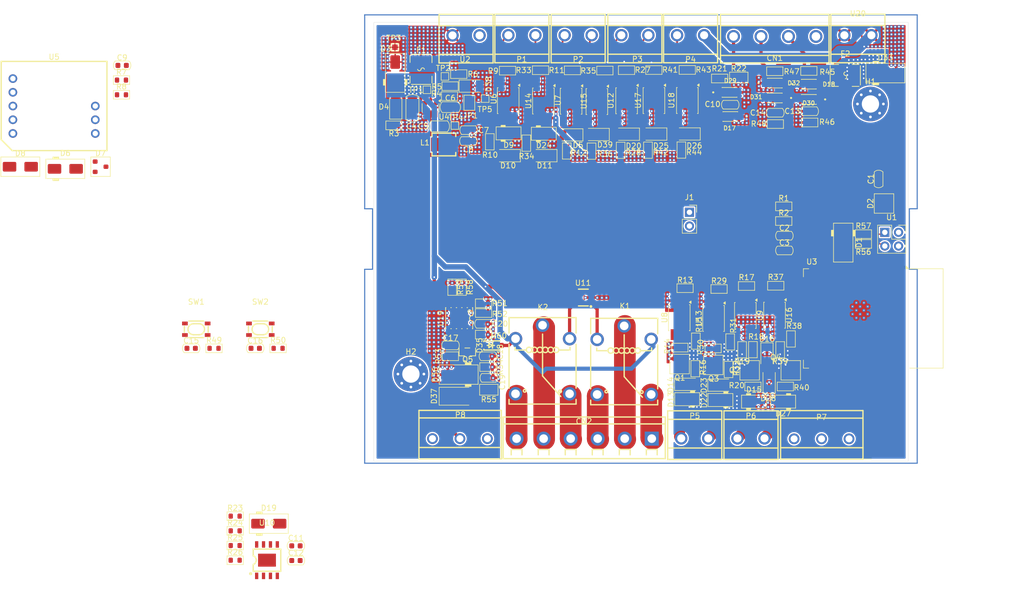
<source format=kicad_pcb>
(kicad_pcb (version 20241229) (generator "pcbnew") (generator_version "9.0")
  (layers (0 "F.Cu" signal) (4 "In1.Cu" power) (6 "In2.Cu" mixed) (2 "B.Cu" signal) (13 "F.Paste" user) (15 "B.Paste" user) (5 "F.SilkS" user "F.Silkscreen") (7 "B.SilkS" user "B.Silkscreen") (1 "F.Mask" user) (3 "B.Mask" user) (25 "Edge.Cuts" user))
  (net 0 "")
  (net 1 "+3.3V")
  (net 2 "GND")
  (net 3 "/NIVARA_BOARD/NPN_IN_1")
  (net 4 "/NIVARA_BOARD/NPN_IN_2")
  (net 5 "/NIVARA_BOARD/PNP_IN_1")
  (net 6 "/NIVARA_BOARD/PNP_IN_2")
  (net 7 "/NIVARA_BOARD/D_IN_2")
  (net 8 "/NIVARA_BOARD/D_IN_1")
  (net 9 "/NIVARA_BOARD/NPN_OUT_1")
  (net 10 "/NIVARA_BOARD/NPN_OUT_2")
  (net 11 "/NIVARA_BOARD/RLY_1_NO")
  (net 12 "/NIVARA_BOARD/RLY_1_C")
  (net 13 "/NIVARA_BOARD/RLY_1_NC")
  (net 14 "/NIVARA_BOARD/RLY_2_C")
  (net 15 "/NIVARA_BOARD/RLY_2_NC")
  (net 16 "/NIVARA_BOARD/RLY_2_NO")
  (net 17 "/NIVARA_BOARD/RUN{slash}STOP")
  (net 18 "/NIVARA_BOARD/RS485_A")
  (net 19 "/NIVARA_BOARD/RS485_B")
  (net 20 "/NIVARA_BOARD/A0_10_IN_1")
  (net 21 "/NIVARA_BOARD/A4_20_IN_1")
  (net 22 "/NIVARA_BOARD/PNP_OUT_1")
  (net 23 "/NIVARA_BOARD/PNP_OUT_2")
  (net 24 "/NIVARA_BOARD/DRIVER_RS485/UART_OUT")
  (net 25 "/NIVARA_BOARD/DRIVER_RS485/UART_IN")
  (net 26 "/NIVARA_BOARD/A_0-32_IN/A_V_OUT")
  (net 27 "/NIVARA_BOARD/PowerSupply/SW")
  (net 28 "/NIVARA_BOARD/A0_V_OUT_1")
  (net 29 "Net-(D28-A)")
  (net 30 "/NIVARA_BOARD/USB_D+")
  (net 31 "/NIVARA_BOARD/USB_D-")
  (net 32 "/NIVARA_BOARD/I_OUT")
  (net 33 "/NIVARA_BOARD/A0_32_IN_1")
  (net 34 "/NIVARA_BOARD/AUX_1")
  (net 35 "/NIVARA_BOARD/AUX_2")
  (net 36 "Net-(Q2-G)")
  (net 37 "Net-(Q4-G)")
  (net 38 "Net-(Q5-S)")
  (net 39 "Net-(R15-Pad2)")
  (net 40 "Net-(R17-Pad2)")
  (net 41 "Net-(R27-Pad2)")
  (net 42 "Net-(R31-Pad2)")
  (net 43 "Net-(R35-Pad2)")
  (net 44 "/NIVARA_BOARD/RELAY1&2/ESP_RLY2")
  (net 45 "/NIVARA_BOARD/RELAY1&2/ESP_RY1")
  (net 48 "VCC")
  (net 49 "Net-(D35-A)")
  (net 50 "/NIVARA_BOARD/NPN_IN_1/NPN_OUT")
  (net 51 "/NIVARA_BOARD/NPN_IN_2/NPN_OUT")
  (net 52 "/NIVARA_BOARD/4-20mA_IN/ESP_4-20_IN")
  (net 53 "/NIVARA_BOARD/A_V_OUT/ESP_SEL_VOUT")
  (net 54 "/NIVARA_BOARD/A_0-10_IN/A_V_OUT")
  (net 55 "/NIVARA_BOARD/PNP_IN_1/PNP_OUT")
  (net 56 "/NIVARA_BOARD/NPN_OUT_1/NPN_IN")
  (net 57 "Net-(D14-A)")
  (net 58 "/NIVARA_BOARD/D_IN_1/D_OUT")
  (net 59 "/NIVARA_BOARD/NPN_OUT_2/NPN_IN")
  (net 60 "Net-(D23-A)")
  (net 61 "/NIVARA_BOARD/PNP_IN_2/PNP_OUT")
  (net 62 "Net-(D26-A)")
  (net 63 "/NIVARA_BOARD/D_IN_2/D_OUT")
  (net 64 "/NIVARA_BOARD/RUN_STOP/D_OUT")
  (net 65 "Net-(D37-A)")
  (net 66 "Net-(R9-Pad2)")
  (net 67 "Net-(R11-Pad2)")
  (net 68 "Net-(R13-Pad2)")
  (net 69 "Net-(R18-Pad2)")
  (net 70 "/NIVARA_BOARD/A_V_OUT/SDA_V")
  (net 71 "/NIVARA_BOARD/A_V_OUT/SCLK_V")
  (net 72 "Net-(R29-Pad2)")
  (net 73 "Net-(R33-Pad2)")
  (net 74 "Net-(R37-Pad2)")
  (net 75 "Net-(R38-Pad2)")
  (net 76 "Net-(R41-Pad2)")
  (net 77 "Net-(R43-Pad2)")
  (net 78 "/NIVARA_BOARD/BUTTON/BUTTON_PIN")
  (net 79 "/NIVARA_BOARD/BUTTON1/BUTTON_PIN")
  (net 80 "/NIVARA_BOARD/A_I_OUT/SDA_C")
  (net 81 "/NIVARA_BOARD/A_I_OUT/SCLK_C")
  (net 84 "/NIVARA_BOARD/PNP_OUT_1/PNP_IN")
  (net 85 "/NIVARA_BOARD/PowerSupply/VOUT")
  (net 86 "/NIVARA_BOARD/PNP_OUT_2/PNP_IN")
  (net 87 "/VIN")
  (net 88 "/NIVARA_BOARD/PowerSupply/BST")
  (net 89 "Net-(U19-SET)")
  (net 90 "Net-(D36-K)")
  (net 91 "Net-(D1-A)")
  (net 92 "Net-(D4-K)")
  (net 93 "Net-(D7-A2)")
  (net 94 "Net-(D7-A1)")
  (net 95 "Net-(D10-A)")
  (net 96 "Net-(D11-A)")
  (net 97 "Net-(D16-A)")
  (net 98 "Net-(D20-A)")
  (net 99 "Net-(D25-A)")
  (net 100 "Net-(U11-1C)")
  (net 101 "Net-(U11-2C)")
  (net 102 "Net-(U3-GPIO48{slash}SPICLK_N{slash}SUBSPICLK_N_DIFF)")
  (net 103 "Net-(U3-GPIO45)")
  (net 104 "Net-(U10-SEL)")
  (net 117 "/NIVARA_BOARD/PowerSupply/FB")
  (net 118 "Net-(D5-A)")
  (net 119 "Net-(D38-K)")
  (net 120 "Net-(D39-A)")
  (net 121 "/D+")
  (net 122 "/D-")
  (net 123 "Earth")
  (net 124 "VDD")
  (net 125 "Net-(F2-Pad1)")
  (net 126 "Net-(Q1-G)")
  (net 127 "Net-(Q3-G)")
  (net 128 "Net-(U19-A0)")
  (net 129 "Net-(U19-A1)")
  (net 130 "Net-(U19-A2)")
  (net 131 "Net-(U19-V5V)")
  (footprint "SMF5.0A:SODFL3718X102N" (layer "F.Cu") (at 241.81 55.385 180)
    (property "Reference" "D31")
    (property "Value" "SMF5.0A")
  )
  (footprint "PCM_Resistor_SMD_AKL:R_0805_2012Metric" (layer "F.Cu") (at 235.145 51.61)
    (property "Reference" "R22")
    (property "Value" "145" (hide yes))
  )
  (footprint "LED_SMD:LED_1206_3216Metric" (layer "F.Cu") (at 219.555 62.07 180)
    (property "Reference" "D25")
    (property "Value" "IR26-21C_L110_TR8")
  )
  (footprint "PCM_Resistor_SMD_AKL:R_0603_1608Metric" (layer "F.Cu") (at 224.25 101.6 180)
    (property "Reference" "R14")
    (property "Value" "22k" (hide yes))
  )
  (footprint "PCM_Resistor_SMD_AKL:R_0603_1608Metric" (layer "F.Cu") (at 237.76 108.8)
    (property "Reference" "R20")
    (property "Value" "1.5k" (hide yes))
  )
  (footprint "PCM_Diode_SMD_AKL:D_SOD-123F" (layer "F.Cu") (at 231.75 111.3 180)
    (property "Reference" "D22")
    (property "Value" "PMEG4010CEH" (hide yes))
  )
  (footprint "PCM_Package_TO_SOT_SMD_AKL:SOT-23" (layer "F.Cu") (at 262.01 74.92 90)
    (property "Reference" "D2")
    (property "Value" "SM712" (hide yes))
  )
  (footprint "PCM_Resistor_SMD_AKL:R_0603_1608Metric" (layer "F.Cu") (at 243.465061 75.449994)
    (property "Reference" "R1")
    (property "Value" "33" (hide yes))
  )
  (footprint "PCM_Capacitor_SMD_AKL:C_0603_1608Metric" (layer "F.Cu") (at 243.585 80.889996)
    (property "Reference" "C2")
    (property "Value" "22uF" (hide yes))
  )
  (footprint "SMF5.0A:SODFL3718X102N" (layer "F.Cu") (at 233.5795 58.82 180)
    (property "Reference" "D17")
    (property "Value" "SMF5.0A")
  )
  (footprint "PCM_Capacitor_SMD_AKL:C_0603_1608Metric" (layer "F.Cu") (at 145.704939 101.730002)
    (property "Reference" "C16")
    (property "Value" "1uF" (hide yes))
  )
  (footprint "PCM_Resistor_SMD_AKL:R_0603_1608Metric" (layer "F.Cu") (at 192.375 50.325)
    (property "Reference" "R9")
    (property "Value" "1k" (hide yes))
  )
  (footprint "PCM_Package_TO_SOT_SMD_AKL:SOT-23" (layer "F.Cu") (at 244.76 105.8 -90)
    (property "Reference" "Q4")
    (property "Value" "AO3407A" (hide yes))
  )
  (footprint "PCM_Resistor_SMD_AKL:R_0603_1608Metric" (layer "F.Cu") (at 241.81 50.441 180)
    (property "Reference" "R47")
    (property "Value" "24k" (hide yes))
  )
  (footprint "PCM_Resistor_SMD_AKL:R_0603_1608Metric" (layer "F.Cu") (at 227.1 105.5 -90)
    (property "Reference" "R16")
    (property "Value" "1.5k" (hide yes))
  )
  (footprint "PCM_Diode_SMD_AKL:D_SMA" (layer "F.Cu") (at 262.262 50.779)
    (property "Reference" "D33")
    (property "Value" "SMAJ33A" (hide yes))
  )
  (footprint "EasyEDA:CONN-TH_3P-P5.00_WJ500V-5.08-3P" (layer "F.Cu") (at 183.57 118.45)
    (property "Reference" "P8")
    (property "Value" "ANALOG_OUT.")
  )
  (footprint "Package_TO_SOT_SMD:TSOT-23-6" (layer "F.Cu") (at 178.14 57.22 -90)
    (property "Reference" "U4")
    (property "Value" "AP63200WU")
  )
  (footprint "PCM_Resistor_SMD_AKL:R_0603_1608Metric" (layer "F.Cu") (at 227.2125 100.4 90)
    (property "Reference" "R15")
    (property "Value" "30k" (hide yes))
  )
  (footprint "PCM_Resistor_SMD_AKL:R_0603_1608Metric" (layer "F.Cu") (at 120.965 54.795)
    (property "Reference" "R8")
    (property "Value" "R_0603" (hide yes))
  )
  (footprint "PCM_Resistor_SMD_AKL:R_0603_1608Metric" (layer "F.Cu") (at 242.8 102 90)
    (property "Reference" "R39")
    (property "Value" "100k" (hide yes))
  )
  (footprint "PCM_Resistor_SMD_AKL:R_0603_1608Metric" (layer "F.Cu") (at 181.75 53.2)
    (property "Reference" "R5")
    (property "Value" "62k" (hide yes))
  )
  (footprint "LED_SMD:LED_1206_3216Metric" (layer "F.Cu") (at 225.55 108.4)
    (property "Reference" "D14")
    (property "Value" "IR26-21C_L110_TR8")
  )
  (footprint "PCM_Resistor_SMD_AKL:R_0603_1608Metric" (layer "F.Cu") (at 233.25 105.65 -90)
    (property "Reference" "R32")
    (property "Value" "1.5k" (hide yes))
  )
  (footprint "PCM_Resistor_SMD_AKL:R_0603_1608Metric" (layer "F.Cu") (at 207.91 65.23 90)
    (property "Reference" "R36")
    (property "Value" "140" (hide yes))
  )
  (footprint "PCM_Capacitor_SMD_AKL:C_0603_1608Metric" (layer "F.Cu") (at 153.234939 138.300002)
    (property "Reference" "C11")
    (property "Value" "0.1uF" (hide yes))
  )
  (footprint "LED_SMD:LED_1206_3216Metric" (layer "F.Cu") (at 225.735 62.05 180)
    (property "Reference" "D26")
    (property "Value" "IR26-21C_L110_TR8")
  )
  (footprint "PCM_Resistor_SMD_AKL:R_0603_1608Metric" (layer "F.Cu") (at 141.995 140.96)
    (property "Reference" "R26")
    (property "Value" "10K" (hide yes))
  )
  (footprint "EasyEDA:CONN-TH_XY126V-5.0-2P" (layer "F.Cu") (at 184.7 43.8)
    (property "Reference" "U2")
    (property "Value" "FUENTE IN")
  )
  (footprint "PCM_Diode_SMD_AKL:D_SMA_TVS" (layer "F.Cu") (at 102.255 68.115)
    (property "Reference" "D8")
    (property "Value" "SMAJ12CA" (hide yes))
  )
  (footprint "PCM_Resistor_SMD_AKL:R_0603_1608Metric" (layer "F.Cu") (at 181.65 55.05 180)
    (property "Reference" "R4")
    (property "Value" "196k" (hide yes))
  )
  (footprint "EasyEDA:SOD-123_L2.7-W1.6-LS3.7-RD-1" (layer "F.Cu") (at 189.3375 101.2 180)
    (property "Reference" "D35")
    (property "Value" "BZT52C12_C2891780")
  )
  (footprint "PCM_Capacitor_SMD_AKL:C_0805_2012Metric" (layer "F.Cu") (at 181.79 57.09)
    (property "Reference" "C6")
    (property "Value" "100pF" (hide yes))
  )
  (footprint "PCM_Diode_SMD_AKL:D_SMA" (layer "F.Cu") (at 171.59 50.737 90)
    (property "Reference" "D3")
    (property "Value" "SMAJ33A" (hide yes))
  )
  (footprint "EasyEDA:CONN-TH_XY126V-5.0-2P" (layer "F.Cu") (at 215.928426 43.7675)
    (property "Reference" "P3")
    (property "Value" "D_IN")
  )
  (footprint "PCM_Capacitor_SMD_AKL:C_0603_1608Metric" (layer "F.Cu") (at 233.572 56.642)
    (property "Reference" "C10")
    (property "Value" "10nF" (hide yes))
  )
  (footprint "PCM_Capacitor_SMD_AKL:C_0603_1608Metric" (layer "F.Cu") (at 188.9125 107.2)
    (property "Reference" "C19")
    (property "Value" "0.1uF" (hide yes))
  )
  (footprint "Package_SO:SO-4_4.4x3.6mm_P2.54mm" (layer "F.Cu") (at 236.36 95.65 -90)
    (property "Reference" "U9")
    (property "Value" "LTV-357T")
  )
  (footprint "PCM_Resistor_SMD_AKL:R_0603_1608Metric" (layer "F.Cu") (at 183.35 50.97)
    (property "Reference" "R6")
    (property "Value" "100" (hide yes))
  )
  (footprint "PCM_Resistor_SMD_AKL:R_0603_1608Metric" (layer "F.Cu") (at 195.85 63.75 -90)
    (property "Reference" "R34")
    (property "Value" "140" (hide yes))
  )
  (footprint "EasyEDA:ESOP-8_L4.9-W3.9-P1.27-LS6.0-BL-EP" (layer "F.Cu") (at 147.88 140.95)
    (property "Reference" "U10")
    (property "Value" "GP8201S-TC50-EW")
  )
  (footprint "EasyEDA:SOT-23-6_L2.9-W1.6-P0.95-LS2.8-BR" (layer "F.Cu") (at 206.4 92.33)
    (property "Reference" "U11")
    (property "Value" "LK1802")
  )
  (footprint "PCM_Resistor_SMD_AKL:R_0603_1608Metric" (layer "F.Cu") (at 237.76 101.975 90)
    (property "Reference" "R18")
    (property "Value" "100" (hide yes))
  )
  (footprint "PCM_Resistor_SMD_AKL:R_0603_1608Metric" (layer "F.Cu") (at 241.91 60.212)
    (property "Reference" "R48")
    (property "Value" "10k" (hide yes))
  )
  (footprint "LED_SMD:LED_1206_3216Metric" (layer "F.Cu") (at 204.03 62.22 180)
    (property "Reference" "D5")
    (property "Value" "IR26-21C_L110_TR8")
  )
  (footprint "LED_SMD:LED_1206_3216Metric" (layer "F.Cu") (at 208.91 62.15 180)
    (property "Reference" "D39")
    (property "Value" "IR26-21C_L110_TR8")
  )
  (footprint "TestPoint:TestPoint_Pad_1.0x1.0mm" (layer "F.Cu") (at 182.64 60.49)
    (property "Reference" "TP4")
    (property "Value" "+3.3V")
  )
  (footprint "PCM_Package_TO_SOT_SMD_AKL:SOT-23" (layer "F.Cu") (at 230.45 104.8 -90)
    (property "Reference" "Q3")
    (property "Value" "IRLML0040" (hide yes))
  )
  (footprint "PCM_Resistor_SMD_AKL:R_0603_1608Metric" (layer "F.Cu") (at 231.605 51.78)
    (property "Reference" "R21")
    (property "Value" "1k" (hide yes))
  )
  (footprint "PCM_Resistor_SMD_AKL:R_0603_1608Metric" (layer "F.Cu") (at 141.995 132.8)
    (property "Reference" "R23")
    (property "Value" "4K7" (hide yes))
  )
  (footprint "EasyEDA:CONN-TH_XY126V-5.0-2P" (layer "F.Cu") (at 205.4325 43.7675)
    (property "Reference" "P2")
    (property "Value" "PNP_IN")
  )
  (footprint "PCM_Resistor_SMD_AKL:R_0603_1608Metric" (layer "F.Cu") (at 213.29 65.075 90)
    (property "Reference" "R28")
    (property "Value" "140" (hide yes))
  )
  (footprint "PCM_Resistor_SMD_AKL:R_0603_1608Metric" (layer "F.Cu") (at 138.085 101.73)
    (property "Reference" "R49")
    (property "Value" "10k" (hide yes))
  )
  (footprint "LED_SMD:LED_1206_3216Metric" (layer "F.Cu") (at 231.7 108.55)
    (property "Reference" "D23")
    (property "Value" "IR26-21C_L110_TR8")
  )
  (footprint "EasyEDA:CONN-TH_XY126V-5.0-2P" (layer "F.Cu") (at 237.4 118.4 180)
    (property "Reference" "P6")
    (property "Value" "PNP_OUT")
  )
  (footprint "PCM_Resistor_SMD_AKL:R_0603_1608Metric" (layer "F.Cu") (at 149.935 101.73)
    (property "Reference" "R50")
    (property "Value" "10k" (hide yes))
  )
  (footprint "Package_SO:SO-4_4.4x3.6mm_P2.54mm" (layer "F.Cu") (at 241.76 95.6 -90)
    (property "Reference" "U16")
    (property "Value" "LTV-357T")
  )
  (footprint "PCM_Resistor_SMD_AKL:R_0603_1608Metric" (layer "F.Cu") (at 248.269 59.924)
    (property "Reference" "R46")
    (property "Value" "10k" (hide yes))
  )
  (footprint "PCM_Capacitor_SMD_AKL:C_0603_1608Metric" (layer "F.Cu") (at 133.854939 101.730002)
    (property "Reference" "C15")
    (property "Value" "1uF" (hide yes))
  )
  (footprint "EasyEDA:SOT-23-3_L2.9-W1.3-P1.90-LS2.4-BR" (layer "F.Cu") (at 184.9375 102.4 90)
    (property "Reference" "Q5")
    (property "Value" "IRLML6402TRPBF-JSM")
  )
  (footprint "TestPoint:TestPoint_Pad_1.0x1.0mm" (layer "F.Cu") (at 177.47 53.88)
    (property "Reference" "TP1")
    (property "Value" "+VCC1")
  )
  (footprint "PCM_Resistor_SMD_AKL:R_0603_1608Metric" (layer "F.Cu") (at 181.8 103.2 180)
    (property "Reference" "R53")
    (property "Value" "2.5k" (hide yes))
  )
  (footprint "TestPoint:TestPoint_Pad_1.0x1.0mm" (layer "F.Cu") (at 180.8 51.4 90)
    (property "Reference" "TP2")
    (property "Value" "FB")
  )
  (footprint "EasyEDA:CONN-TH_DB128V-5.0-4P" (layer "F.Cu") (at 241.8 44 180)
    (property "Reference" "CN1")
    (property "Value" "ANALOG_IN")
  )
  (footprint "PCM_Package_TO_SOT_SMD_AKL:SOT-23" (layer "F.Cu") (at 224.2 104.65 -90)
    (property "Reference" "Q1")
    (property "Value" "IRLML0040" (hide yes))
  )
  (footprint "LED_SMD:LED_1206_3216Metric" (layer "F.Cu") (at 192.47 66.07 180)
    (property "Reference" "D10")
    (property "Value" "IR26-21C_L110_TR8")
  )
  (footprint "PCM_Diode_SMD_AKL:D_SOD-123F" (layer "F.Cu") (at 225.6 111.15 180)
    (property "Reference" "D13")
    (property "Value" "PMEG4010CEH" (hide yes))
  )
  (footprint "PCM_Capacitor_SMD_AKL:C_0805_2012Metric" (layer "F.Cu") (at 179.76 60.63 180)
    (property "Reference" "C5")
    (property "Value" "100nF" (hide yes))
  )
  (footprint "PCM_Capacitor_SMD_AKL:C_0603_1608Metric" (layer "F.Cu") (at 185.18 61.34)
    (property "Reference" "C7")
    (property "Value" "22uF" (hide yes))
  )
  (footprint "PCM_Resistor_SMD_AKL:R_0603_1608Metric" (layer "F.Cu") (at 187.9375 99.2 180)
    (property "Reference" "R60")
    (property "Value" "22k" (hide yes))
  )
  (footprint "PCM_Resistor_SMD_AKL:R_0603_1608Metric" (layer "F.Cu") (at 235.76 102 90)
    (property "Reference" "R19")
    (property "Value" "100k" (hide yes))
  )
  (footprint "EasyEDA:CONN-TH_DB126V-5.0-6P-GN" (layer "F.Cu") (at 206.55 118.45 180)
    (property "Reference" "CN2")
    (property "Value" "RELAY")
  )
  (footprint "PCM_Resistor_SMD_AKL:R_0805_2012Metric" (layer "F.Cu") (at 188.9125 109.4 180)
    (property "Reference" "R55")
    (property "Value" "15" (hide yes))
  )
  (footprint "EasyEDA:F1812" (layer "F.Cu") (at 254.846 51.208)
    (property "Reference" "F2")
    (property "Value" "BSMD1812-150-33V")
  )
  (footprint "SMF5.0A:SODFL3718X102N" (layer "F.Cu") (at 233.437 54.349)
    (property "Reference" "D29")
    (property "Value" "SMF5.0A")
  )
  (footprint "PCM_Resistor_SMD_AKL:R_0603_1608Metric" (layer "F.Cu") (at 214.38 50.24)
    (property "Reference" "R27")
    (property "Value" "1k" (hide yes))
  )
  (footprint "PCM_Resistor_SMD_AKL:R_0603_1608Metric" (layer "F.Cu") (at 210.379 50.308 180)
    (property "Reference" "R35")
    (property "Value" "1k" (hide yes))
  )
  (footprint "EasyEDA:KEY-SMD_4P-L4.2-W3.2-P2.20-LS4.6" (layer "F.Cu") (at 146.65 98.2)
    (property "Reference" "SW2")
    (property "Value" "SKRPACE010")
  )
  (footprint "PCM_Resistor_SMD_AKL:R_0603_1608Metric" (layer "F.Cu") (at 241.985 90.15)
    (property "Reference" "R37")
    (property "Value" "100" (hide yes))
  )
  (footprint "EasyEDA:CONN-TH_XY126V-5.0-2P" (layer "F.Cu") (at 227 118.4 180)
    (property "Reference" "P5")
    (property "Value" "NPN_OUT")
  )
  (footprint "PCM_Package_TO_SOT_SMD_AKL:SOT-23" (layer "F.Cu") (at 237.16 105.8 -90)
    (property "Reference" "Q2")
    (property "Value" "AO3407A" (hide yes))
  )
  (footprint "PCM_Diode_SMD_AKL:D_SOD-123F" (layer "F.Cu") (at 199.08 62)
    (property "Reference" "D24")
    (property "Value" "PMEG4010CEH" (hide yes))
  )
  (footprint "PCM_Capacitor_SMD_AKL:C_0603_1608Metric" (layer "F.Cu") (at 243.585 83.61)
    (property "Reference" "C3")
    (property "Value" "100nF" (hide yes))
  )
  (footprint "TestPoint:TestPoint_Pad_1.0x1.0mm" (layer "F.Cu") (at 171.546 46 90)
    (property "Reference" "TP3")
    (property "Value" "GND")
  )
  (footprint "LED_SMD:LED_1206_3216Metric" (layer "F.Cu") (at 240.76 107.8 90)
    (property "Reference" "D28")
    (property "Value" "IR26-21C_L110_TR8")
  )
  (footprint "Package_SO:SO-4_4.4x3.6mm_P2.54mm" (layer "F.Cu") (at 199.01 55.95 -90)
    (property "Reference" "U14")
    (property "Value" "LTV-357T")
  )
  (footprint "LED_SMD:LED_1206_3216Metric" (layer "F.Cu") (at 171.7 57.02 90)
    (property "Reference" "D4")
    (property "Value" "IR26-21C_L110_TR8")
  )
  (footprint "PCM_Package_TO_SOT_SMD_AKL:SOT-23" (layer "F.Cu") (at 117.095 68.115)
    (property "Reference" "D7")
    (property "Value" "SM712" (hide yes))
  )
  (footprint "EasyEDA:IND-SMD_L4.4-W4.2_CXP0420" (layer "F.Cu") (at 180.6 64)
    (property "Reference" "L1")
    (property "Value" "CXP0420-6R8M-AG(6.8UH)")
  )
  (footprint "Package_SO:SO-4_4.4x3.6mm_P2.54mm" (layer "F.Cu") (at 204.13 55.99 -90)
    (property "Reference" "U7")
    (property "Value" "LTV-357T")
  )
  (footprint "PCM_Resistor_SMD_AKL:R_0603_1608Metric" (layer "F.Cu") (at 182.1375 90.425 -90)
    (property "Reference" "R59")
    (property "Value" "22k" (hide yes))
  )
  (footprint "EasyEDA:CONN-TH_XY126V-5.0-2P" (layer "F.Cu") (at 226.2325 43.7675)
    (property "Reference" "P4")
    (property "Value" "RUN/STOP")
  )
  (footprint "PCM_Capacitor_SMD_AKL:C_0603_1608Metric" (layer "F.Cu") (at 248.269 57.834 180)
    (property "Reference" "C13")
    (property "Value" "100nF" (hide yes))
  )
  (footprint "PCM_Resistor_SMD_AKL:R_0603_1608Metric" (layer "F.Cu") (at 219.44 50.215)
    (property "Reference" "R41")
    (property "Value" "1k" (hide yes))
  )
  (footprint "PCM_Resistor_SMD_AKL:R_0603_1608Metric" (layer "F.Cu") (at 258.2 80.6 180)
    (property "Reference" "R57")
    (property "Value" "33" (hide yes))
  )
  (footprint "PCM_Capacitor_SMD_AKL:C_0603_1608Metric" (layer "F.Cu") (at 241.91 58.122 180)
    (property "Reference" "C14")
    (property "Value" "100nF" (hide yes))
  )
  (footprint "PCM_Diode_SMD_AKL:D_SMA" (layer "F.Cu") (at 254.47 82.16 -90)
    (property "Reference" "D1")
    (property "Value" "SS12" (hide yes))
  )
  (footprint "PCM_Resistor_SMD_AKL:R_0603_1608Metric" (layer "F.Cu") (at 236.585 90.2)
    (property "Reference" "R17")
    (property "Value" "100" (hide yes))
  )
  (footprint "PCM_Resistor_SMD_AKL:R_0603_1608Metric" (layer "F.Cu") (at 189.095 63.495 -90)
    (property "Reference" "R10")
    (property "Value" "140" (hide yes))
  )
  (footprint "Package_SO:SO-4_4.4x3.6mm_P2.54mm" (layer "F.Cu") (at 219.455 55.88 -90)
    (property "Reference" "U17")
    (property "Value" "LTV-357T")
  )
  (footprint "EasyEDA:ESOP-10_L4.9-W3.9-P1.00-LS6.1-BL-EP" (layer "F.Cu") (at 183.4275 96.145 180)
    (property "Reference" "U19")
    (property "Value" "GP8303-TC50-EW")
  )
  (footprint "MountingHole:MountingHole_3.2mm_M3_Pad_Via" (layer "F.Cu") (at 259.5 56.5)
    (property "Reference" "H1")
    (property "Value" "MountingHole_Pad")
  )
  (footprint "PCM_Resistor_SMD_AKL:R_0603_1608Metric" (layer "F.Cu") (at 204.38 50.276 180)
    (property "Reference" "R11")
    (property "Value" "1k" (hide yes))
  )
  (footprint "PCM_Resistor_SMD_AKL:R_0603_1608Metric" (layer "F.Cu") (at 244.8 100 90)
    (property "Reference" "R38")
    (property "Value" "100" (hide yes))
  )
  (footprint "PCM_Resistor_SMD_AKL:R_0603_1608Metric" (layer "F.Cu") (at 171.36 60.46 180)
    (property "Reference" "R3")
    (property "Value" "1k2" (hide yes))
  )
  (footprint "PCM_Resistor_SMD_AKL:R_0603_1608Metric" (layer "F.Cu") (at 225.62 50.195)
    (property "Reference" "R43")
    (property "Value" "1k" (hide yes))
  )
  (footprint "PCM_Resistor_SMD_AKL:R_0603_1608Metric" (layer "F.Cu") (at 203.33 65.2 90)
    (property "Reference" "R12")
    (property "Value" "140" (hide yes))
  )
  (footprint "Package_SO:SO-4_4.4x3.6mm_P2.54mm" (layer "F.Cu") (at 224.1425 96.05 -90)
    (property "Reference" "U8")
    (property "Value" "LTV-357T")
  )
  (footprint "PCM_Resistor_SMD_AKL:R_0603_1608Metric" (layer "F.Cu") (at 243.465061 78.169994)
    (property "Reference" "R2")
    (property "Value" "33" (hide yes))
  )
  (footprint "PCM_Capacitor_SMD_AKL:C_0603_1608Metric" (layer "F.Cu") (at 185.14 63.36)
    (property "Reference" "C8")
    (property "Value" "22uF" (hide yes))
  )
  (footprint "Package_SO:SO-4_4.4x3.6mm_P2.54mm" (layer "F.Cu") (at 208.9 56.06 -90)
    (property "Reference" "U15")
    (property "Value" "LTV-357T")
  )
  (footprint "PCM_Diode_SMD_AKL:D_SOD-123F" (layer "F.Cu") (at 237.96 111.6)
    (property "Reference" "D15")
    (property "Value" "PMEG4010CEH" (hide yes))
  )
  (footprint "PCM_Resistor_SMD_AKL:R_0603_1608Metric" (layer "F.Cu") (at 224.53 65.03 90)
    (property "Reference" "R44")
    (property "Value" "140" (hide yes))
  )
  (footprint "EasyEDA:RELAY-TH_SRA-X-CX" (layer "F.Cu") (at 198.85 103.8 -90)
    (property "Reference" "K2")
    (property "Value" "SRA-24VDC-CL")
  )
  (footprint "RF_Module:ESP32-S3-WROOM-1" (layer "F.Cu") (at 260.05 96.2 -90)
    (property "Reference" "U3")
    (property "Value" "ESP32-S3-WROOM-1")
  )
  (footprint "Package_SO:SO-4_4.4x3.6mm_P2.54mm" (layer "F.Cu") (at 192.495 55.885 -90)
    (property "Reference" "U6")
    (property "Value" "LTV-357T")
  )
  (footprint "EasyEDA:RELAY-TH_SRA-X-CX" (layer "F.Cu") (at 213.949074 103.925 -90)
    (property "Reference" "K1")
    (property "Value" "SRA-24VDC-CL")
  )
  (footprint "LED_SMD:LED_1206_3216Metric" (layer "F.Cu") (at 185.705 53.185)
    (property "Reference" "D38")
    (property "Value" "IR26-21C_L110_TR8")
  )
  (footprint "PCM_Resistor_SMD_AKL:R_0603_1608Metric" (layer "F.Cu") (at 187.9375 95.2 180)
    (property "Reference" "R52")
    (property "Value" "4K7" (hide yes))
  )
  (footprint "PCM_Capacitor_SMD_AKL:C_0603_1608Metric" (layer "F.Cu") (at 261.010002 70.380061 90)
    (property "Reference" "C1")
    (property "Value" "100nF" (hide yes))
  )
  (footprint "PCM_Diode_SMD_AKL:D_SOD-123F" (layer "F.Cu") (at 192.565 61.935)
    (property "Reference" "D9")
    (property "Value" "PMEG4010CEH" (hide yes))
  )
  (footprint "Diode_SMD:D_SMA" (layer "F.Cu") (at 183.2375 110.6)
    (property "Reference" "D37")
    (property "Value" "MRA4007T3G")
  )
  (footprint "EasyEDA:CONN-TH_3P-P5.00_WJ500V-5.08-3P" (layer "F.Cu") (at 250.4575 118.49)
    (property "Reference" "P7")
    (property "Value" "RS485")
  )
  (footprint "Connector_PinSocket_2.54mm:PinSocket_2x02_P2.54mm_Vertical" (layer "F.Cu") (at 264.7 80.26)
    (property "Reference" "U1")
    (property "Value" "2.54-2*2")
  )
  (footprint "EasyEDA:CONN-TH_XY126V-5.0-2P" (layer "F.Cu") (at 257.178 43.77)
    (property "Reference" "U20")
    (property "Value" "FUENTE EX")
  )
  (footprint "PCM_Capacitor_SMD_AKL:C_0603_1608Metric" (layer "F.Cu") (at 188.7375 103.2)
    (property "Reference" "C18")
    (property "Value" "1uF" (hide yes))
  )
  (footprint "PCM_Capacitor_SMD_AKL:C_0603_1608Metric" (layer "F.Cu") (at 121.084939 49.355002)
    (property "Reference" "C9")
    (property "Value" "10uF" (hide yes))
  )
  (footprint "Package_SO:SO-4_4.4x3.6mm_P2.54mm" (layer "F.Cu") (at 214.395 55.905 -90)
    (property "Reference" "U12")
    (property "Value" "LTV-357T")
  )
  (footprint "EasyEDA:KEY-SMD_4P-L4.2-W3.2-P2.20-LS4.6" (layer "F.Cu") (at 134.8 98.2)
    (property "Reference" "SW1")
    (property "Value" "SKRPACE010")
  )
  (footprint "PCM_Capacitor_SMD_AKL:C_0603_1608Metric" (layer "F.Cu") (at 153.234939 141.020006)
    (property "Reference" "C12")
    (property "Value" "1uF" (hide yes))
  )
  (footprint "PCM_Resistor_SMD_AKL:R_0603_1608Metric" (layer "F.Cu") (at 141.995 138.24)
    (property "Reference" "R25")
    (property "Value" "0" (hide yes))
  )
  (footprint "PCM_Capacitor_SMD_AKL:C_1206_3216Metric" (layer "F.Cu") (at 174.78 57.28 -90)
    (property "Reference" "C4")
    (property "Value" "10uF" (hide yes))
  )
  (footprint "PCM_Diode_SMD_AKL:D_SMA" (layer "F.Cu") (at 148.215 134.19)
    (property "Reference" "D19")
    (property "Value" "SMAJ12A" (hide yes))
  )
  (footprint "Connector_PinSocket_2.54mm:PinSocket_1x02_P2.54mm_Vertical" (layer "F.Cu") (at 226.025 76.55)
    (property "Reference" "J1")
    (property "Value" "AUXILIAR")
  )
  (footprint "Package_SO:SO-4_4.4x3.6mm_P2.54mm" (layer "F.Cu") (at 230.48 96.2 -90)
    (property "Reference" "U13")
    (property "Value" "LTV-357T")
  )
  (footprint "PCM_Resistor_SMD_AKL:R_0603_1608Metric" (layer "F.Cu") (at 188.7375 105.2)
    (property "Reference" "R54")
    (property "Value" "100k" (hide yes))
  )
  (footprint "PCM_Diode_SMD_AKL:D_SMA" (layer "F.Cu") (at 183.3375 106.6 180)
    (property "Reference" "D36")
    (property "Value" "SMAJ33A" (hide yes))
  )
  (footprint "LED_SMD:LED_1206_3216Metric" (layer "F.Cu") (at 240.36 103 -90)
    (property "Reference" "D16")
    (property "Value" "IR26-21C_L110_TR8")
  )
  (footprint "PCM_Resistor_SMD_AKL:R_0603_1608Metric" (layer "F.Cu") (at 141.995 135.52)
    (property "Reference" "R24")
    (property "Value" "4K7" (hide yes))
  )
  (footprint "PCM_Capacitor_SMD_AKL:C_0603_1608Metric" (layer "F.Cu") (at 187.9375 97.2)
    (property "Reference" "C20")
    (property "Value" "1uF" (hide yes))
  )
  (footprint "SMF5.0A:SODFL3718X102N" (layer "F.Cu") (at 248.107 52.828)
    (property "Reference" "D18")
    (property "Value" "SMF5.0A")
  )
  (footprint "PCM_Resistor_SMD_AKL:R_0603_1608Metric" (layer "F.Cu") (at 248.107 50.381 180)
    (property "Reference" "R45")
    (property "Value" "100k" (hide yes))
  )
  (footprint "SMF5.0A:SODFL3718X102N" (layer "F.Cu") (at 241.81 52.628)
    (property "Reference" "D32")
    (property "Value" "SMF5.0A")
  )
  (footprint "PCM_Resistor_SMD_AKL:R_0603_1608Metric" (layer "F.Cu") (at 230.4 101.75 180)
    (property "Reference" "R30")
    (property "Value" "22k" (hide yes))
  )
  (footprint "PCM_Resistor_SMD_AKL:R_0603_1608Metric" (layer "F.Cu") (at 231.5 90.75 180)
    (property "Reference" "R29")
    (property "Value" "100" (hide yes))
  )
  (footprint "EasyEDA:CONN-TH_XY126V-5.0-2P" (layer "F.Cu") (at 195.0325 43.7675)
    (property "Reference" "P1")
    (property "Value" "NPN_IN")
  )
  (footprint "LED_SMD:LED_1206_3216Metric" (layer "F.Cu") (at 214.495 62.095 180)
    (property "Reference" "D20")
    (property "Value" "IR26-21C_L110_TR8")
  )
  (footprint "PCM_Resistor_SMD_AKL:R_0603_1608Metric" (layer "F.Cu") (at 187.9375 93.4 180)
    (property "Reference" "R51")
    (property "Value" "4K7" (hide yes))
  )
  (footprint "PCM_Resistor_SMD_AKL:R_0603_1608Metric" (layer "F.Cu") (at 198.474 50.251)
    (property "Reference" "R33")
    (property "Value" "1k" (hide yes))
  )
  (footprint "PCM_Resistor_SMD_AKL:R_0603_1608Metric" (layer "F.Cu") (at 258.2 82.4 180)
    (property "Reference" "R56")
    (property "Value" "33" (hide yes))
  )
  (footprint "PCM_Resistor_SMD_AKL:R_0603_1608Metric" (layer "F.Cu") (at 218.35 65.05 90)
    (property "Reference" "R42")
    (property "Value" "140" (hide yes))
  )
  (footprint "PCM_Diode_SMD_AKL:D_SMA" (layer "F.Cu") (at 110.575 68.505)
    (property "Reference" "D6")
    (property "Value" "SMAJ5.0A" (hide yes))
  )
  (footprint "LED_SMD:LED_1206_3216Metric" (layer "F.Cu") (at 199.24 66.07 180)
    (property "Reference" "D11")
    (property "Value" "IR26-21C_L110_TR8")
  )
  (footprint "Package_SO:SO-4_4.4x3.6mm_P2.54mm" (layer "F.Cu") (at 225.635 55.86 -90)
    (property "Reference" "U18")
    (property "Value" "LTV-357T")
  )
  (footprint "Jumper:SolderJumper-2_P1.3mm_Open_Pad1.0x1.5mm" (layer "F.Cu") (at 185.31 56.27 90)
    (property "Reference" "JP1")
    (property "Value" "SolderJumper_2_Open")
  )
  (footprint "EasyEDA:F1812" (layer "F.Cu") (at 176.37 50.08 -90)
    (property "Reference" "F1")
    (property "Value" "BSMD1812-150-33V")
  )
  (footprint "PCM_Capacitor_SMD_AKL:C_0603_1608Metric" (layer "F.Cu") (at 181.825 101.2 180)
    (property "Reference" "C17")
    (property "Value" "220pF" (hide yes))
  )
  (footprint "PCM_Diode_SMD_AKL:D_SOD-123F" (layer "F.Cu") (at 243.36 111.6 180)
    (property "Reference" "D27")
    (property "Value" "PMEG4010CEH" (hide yes))
  )
  (footprint "MountingHole:MountingHole_3.2mm_M3_Pad_Via" (layer "F.Cu") (at 174.5 106.5)
    (property "Reference" "H2")
    (property "Value" "MountingHole_Pad")
  )
  (footprint "EasyEDA:COMM-TH_8P-L19.5-W16.5-P2.54-BL" (layer "F.Cu") (at 108.5 56.88)
    (property "Reference" "U5")
    (property "Value" "RSM3485ECHT_C2992406")
  )
  (footprint "PCM_Resistor_SMD_AKL:R_0603_1608Metric" (layer "F.Cu") (at 225.2125 90.6 180)
    (property "Reference" "R13")
    (property "Value" "100" (hide yes))
  )
  (footprint "SMF5.0A:SODFL3718X102N" (layer "F.Cu") (at 248.107 55.656 180)
    (property "Reference" "D30")
    (property "Value" "SMF5.0A")
  )
  (footprint "PCM_Resistor_SMD_AKL:R_0603_1608Metric" (layer "F.Cu") (at 183.9375 90.425 -90)
    (property "Reference" "R58")
    (property "Value" "22k" (hide yes))
  )
  (footprint "TestPoint:TestPoint_Pad_1.0x1.0mm" (layer "F.Cu") (at 188.24 55.5)
    (property "Reference" "TP5")
    (property "Value" "+3.3Vout")
  )
  (footprint "PCM_Resistor_SMD_AKL:R_0603_1608Metric" (layer "F.Cu") (at 233.55 100.55 90)
    (property "Reference" "R31")
    (property "Value" "30k" (hide yes))
  )
  (footprint "PCM_Resistor_SMD_AKL:R_0603_1608Metric" (layer "F.Cu") (at 120.965 52.075)
    (property "Reference" "R7")
    (property "Value" "R_0603" (hide yes))
  )
  (footprint "PCM_Resistor_SMD_AKL:R_0603_1608Metric" (layer "F.Cu") (at 243.76 108.8 180)
    (property "Reference" "R40")
    (property "Value" "1.5k" (hide yes))
  )
  (gr_line (start 165.95 123) (end 268.15 123) (stroke (width 0.2)) (layer "B.Cu"))
  (gr_line (start 268.15 75.9) (end 268.15 40) (stroke (width 0.2)) (layer "B.Cu"))
  (gr_circle (center 259.55 56.5) (end 260.75 56.5) (stroke (width 0.2)) (fill no) (layer "B.Cu") (net 2))
  (gr_circle (center 174.55 106.5) (end 175.75 106.5) (stroke (width 0.2)) (fill no) (layer "B.Cu") (net 2))
  (gr_line (start 165.95 75.9) (end 167.4 75.9) (stroke (width 0.2)) (layer "B.Cu"))
  (gr_circle (center 174.55 106.5) (end 176.95 106.5) (stroke (width 0.2)) (fill no) (layer "B.Cu") (net 2))
  (gr_line (start 167.4 87.1) (end 165.95 87.1) (stroke (width 0.2)) (layer "B.Cu"))
  (gr_line (start 268.15 75.9) (end 266.7 75.9) (stroke (width 0.2)) (layer "B.Cu"))
  (gr_line (start 268.15 123) (end 268.15 87.1) (stroke (width 0.2)) (layer "B.Cu"))
  (gr_line (start 167.4 75.9) (end 167.4 87.1) (stroke (width 0.2)) (layer "B.Cu"))
  (gr_circle (center 259.55 56.5) (end 261.95 56.5) (stroke (width 0.2)) (fill no) (layer "B.Cu") (net 2))
  (gr_line (start 266.7 87.1) (end 268.15 87.1) (stroke (width 0.2)) (layer "B.Cu"))
  (gr_line (start 268.15 40) (end 165.95 40) (stroke (width 0.2)) (layer "B.Cu"))
  (gr_line (start 165.95 87.1) (end 165.95 123) (stroke (width 0.2)) (layer "B.Cu"))
  (gr_line (start 165.95 40) (end 165.95 75.9) (stroke (width 0.2)) (layer "B.Cu"))
  (gr_line (start 266.7 75.9) (end 266.7 87.1) (stroke (width 0.2)) (layer "B.Cu"))
  (gr_rect (start 167.65 41.4) (end 266.5 122.65) (stroke (width 0.05)) (fill no) (layer "Edge.Cuts"))
  (via (at 187 55.75) (size 0.6) (drill 0.3) (layers "F.Cu" "B.Cu") (net 1))
  (via (at 186 53) (size 0.6) (drill 0.3) (layers "F.Cu" "B.Cu") (net 1))
  (via (at 206.76 66.85) (size 0.6) (drill 0.3) (layers "F.Cu" "B.Cu") (net 1))
  (via (at 236.606 60.003) (size 0.6) (drill 0.3) (layers "F.Cu" "B.Cu") (net 1))
  (via (at 194.795 57.495) (size 0.6) (drill 0.3) (layers "F.Cu" "B.Cu") (net 1))
  (via (at 188.5 51.5) (size 0.6) (drill 0.3) (layers "F.Cu" "B.Cu") (net 1))
  (via (at 245.898 54.003) (size 0.6) (drill 0.3) (layers "F.Cu" "B.Cu") (net 1))
  (via (at 222.46 66.2) (size 0.6) (drill 0.3) (layers "F.Cu" "B.Cu") (net 1))
  (via (at 220.03 66.18) (size 0.6) (drill 0.3) (layers "F.Cu" "B.Cu") (net 1))
  (via (at 187 51.5) (size 0.6) (drill 0.3) (layers "F.Cu" "B.Cu") (net 1))
  (via (at 210.77 65.54) (size 0.6) (drill 0.3) (layers "F.Cu" "B.Cu") (net 1))
  (via (at 201.31 57.56) (size 0.6) (drill 0.3) (layers "F.Cu" "B.Cu") (net 1))
  (via (at 210.78 66.86) (size 0.6) (drill 0.3) (layers "F.Cu" "B.Cu") (net 1))
  (via (at 215.15 66.9) (size 0.6) (drill 0.3) (layers "F.Cu" "B.Cu") (net 1))
  (via (at 214.39 65.59) (size 0.6) (drill 0.3) (layers "F.Cu" "B.Cu") (net 1))
  (via (at 215.85 66.9) (size 0.6) (drill 0.3) (layers "F.Cu" "B.Cu") (net 1))
  (via (at 246.648 54.003) (size 0.6) (drill 0.3) (layers "F.Cu" "B.Cu") (net 1))
  (via (at 187.75 50.75) (size 0.6) (drill 0.3) (layers "F.Cu" "B.Cu") (net 1))
  (via (at 200.56 57.56) (size 0.6) (drill 0.3) (layers "F.Cu" "B.Cu") (net 1))
  (via (at 204.47 65.51) (size 0.6) (drill 0.3) (layers "F.Cu" "B.Cu") (net 1))
  (via (at 189.25 50.75) (size 0.6) (drill 0.3) (layers "F.Cu" "B.Cu") (net 1))
  (via (at 238.856 51.624) (size 0.6) (drill 0.3) (layers "F.Cu" "B.Cu") (net 1))
  (via (at 236.581 58.685) (size 0.6) (drill 0.3) (layers "F.Cu" "B.Cu") (net 1))
  (via (at 194.785 59.765) (size 0.6) (drill 0.3) (layers "F.Cu" "B.Cu") (net 1))
  (via (at 189.25 51.5) (size 0.6) (drill 0.3) (layers "F.Cu" "B.Cu") (net 1))
  (via (at 214.4 66.91) (size 0.6) (drill 0.3) (layers "F.Cu" "B.Cu") (net 1))
  (via (at 221.44 66.18) (size 0.6) (drill 0.3) (layers "F.Cu" "B.Cu") (net 1))
  (via (at 216.59 65.57) (size 0.6) (drill 0.3) (layers "F.Cu" "B.Cu") (net 1))
  (via (at 234.326 59.965967) (size 0.6) (drill 0.3) (layers "F.Cu" "B.Cu") (net 1))
  (via (at 210.77 66.19) (size 0.6) (drill 0.3) (layers "F.Cu" "B.Cu") (net 1))
  (via (at 220.76 65.54) (size 0.6) (drill 0.3) (layers "F.Cu" "B.Cu") (net 1))
  (via (at 206.02 65.52) (size 0.6) (drill 0.3) (layers "F.Cu" "B.Cu") (net 1))
  (via (at 209.22 66.18) (size 0.6) (drill 0.3) (layers "F.Cu" "B.Cu") (net 1))
  (via (at 204.47 66.16) (size 0.6) (drill 0.3) (layers "F.Cu" "B.Cu") (net 1))
  (via (at 223.14 65.57) (size 0.6) (drill 0.3) (layers "F.Cu" "B.Cu") (net 1))
  (via (at 210.01 66.2) (size 0.6) (drill 0.3) (layers "F.Cu" "B.Cu") (net 1))
  (via (at 216.6 66.89) (size 0.6) (drill 0.3) (layers "F.Cu" "B.Cu") (net 1))
  (via (at 211.53 65.595) (size 0.6) (drill 0.3) (layers "F.Cu" "B.Cu") (net 1))
  (via (at 210.01 65.55) (size 0.6) (drill 0.3) (layers "F.Cu" "B.Cu") (net 1))
  (via (at 221.45 66.85) (size 0.6) (drill 0.3) (layers "F.Cu" "B.Cu") (net 1))
  (via (at 222.46 65.55) (size 0.6) (drill 0.3) (layers "F.Cu" "B.Cu") (net 1))
  (via (at 247.398 54.003) (size 0.6) (drill 0.3) (layers "F.Cu" "B.Cu") (net 1))
  (via (at 186 53.75) (size 0.6) (drill 0.3) (layers "F.Cu" "B.Cu") (net 1))
  (via (at 220.03 65.53) (size 0.6) (drill 0.3) (layers "F.Cu" "B.Cu") (net 1))
  (via (at 223.15 66.89) (size 0.6) (drill 0.3) (layers "F.Cu" "B.Cu") (net 1))
  (via (at 206.02 66.17) (size 0.6) (drill 0.3) (layers "F.Cu" "B.Cu") (net 1))
  (via (at 188.5 53) (size 0.6) (drill 0.3) (layers "F.Cu" "B.Cu") (net 1))
  (via (at 212.22 66.935) (size 0.6) (drill 0.3) (layers "F.Cu" "B.Cu") (net 1))
  (via (at 215.14 66.23) (size 0.6) (drill 0.3) (layers "F.Cu" "B.Cu") (net 1))
  (via (at 205.26 65.53) (size 0.6) (drill 0.3) (layers "F.Cu" "B.Cu") (net 1))
  (via (at 186.25 51.5) (size 0.6) (drill 0.3) (layers "F.Cu" "B.Cu") (net 1))
  (via (at 211.54 66.915) (size 0.6) (drill 0.3) (layers "F.Cu" "B.Cu") (net 1))
  (via (at 187 54.75) (size 0.6) (drill 0.3) (layers "F.Cu" "B.Cu") (net 1))
  (via (at 187.75 51.5) (size 0.6) (drill 0.3) (layers "F.Cu" "B.Cu") (net 1))
  (via (at 194.785 59.015) (size 0.6) (drill 0.3) (layers "F.Cu" "B.Cu") (net 1))
  (via (at 186 52.25) (size 0.6) (drill 0.3) (layers "F.Cu" "B.Cu") (net 1))
  (via (at 188.5 52.25) (size 0.6) (drill 0.3) (layers "F.Cu" "B.Cu") (net 1))
  (via (at 186.25 50.75) (size 0.6) (drill 0.3) (layers "F.Cu" "B.Cu") (net 1))
  (via (at 222.47 66.87) (size 0.6) (drill 0.3) (layers "F.Cu" "B.Cu") (net 1))
  (via (at 235.856 60.003) (size 0.6) (drill 0.3) (layers "F.Cu" "B.Cu") (net 1))
  (via (at 206.75 66.18) (size 0.6) (drill 0.3) (layers "F.Cu" "B.Cu") (net 1))
  (via (at 223.14 66.22) (size 0.6) (drill 0.3) (layers "F.Cu" "B.Cu") (net 1))
  (via (at 238.856 53.213) (size 0.6) (drill 0.3) (layers "F.Cu" "B.Cu") (net 1))
  (via (at 220.76 66.19) (size 0.6) (drill 0.3) (layers "F.Cu" "B.Cu") (net 1))
  (via (at 186 54.5) (size 0.6) (drill 0.3) (layers "F.Cu" "B.Cu") (net 1))
  (via (at 188.5 50.75) (size 0.6) (drill 0.3) (layers "F.Cu" "B.Cu") (net 1))
  (via (at 204.48 66.83) (size 0.6) (drill 0.3) (layers "F.Cu" "B.Cu") (net 1))
  (via (at 220.04 66.85) (size 0.6) (drill 0.3) (layers "F.Cu" "B.Cu") (net 1))
  (via (at 206.03 66.84) (size 0.6) (drill 0.3) (layers "F.Cu" "B.Cu") (net 1))
  (via (at 209.22 65.53) (size 0.6) (drill 0.3) (layers "F.Cu" "B.Cu") (net 1))
  (via (at 217.28 66.91) (size 0.6) (drill 0.3) (layers "F.Cu" "B.Cu") (net 1))
  (via (at 215.14 65.58) (size 0.6) (drill 0.3) (layers "F.Cu" "B.Cu") (net 1))
  (via (at 193.295 57.495) (size 0.6) (drill 0.3) (layers "F.Cu" "B.Cu") (net 1))
  (via (at 188.5 54.5) (size 0.6) (drill 0.3) (layers "F.Cu" "B.Cu") (net 1))
  (via (at 205.27 66.85) (size 0.6) (drill 0.3) (layers "F.Cu" "B.Cu") (net 1))
  (via (at 201.3 58.33) (size 0.6) (drill 0.3) (layers "F.Cu" "B.Cu") (net 1))
  (via (at 221.44 65.53) (size 0.6) (drill 0.3) (layers "F.Cu" "B.Cu") (net 1))
  (via (at 188.4 92.6) (size 0.6) (drill 0.3) (layers "F.Cu" "B.Cu") (net 1))
  (via (at 238.873 53.914) (size 0.6) (drill 0.3) (layers "F.Cu" "B.Cu") (net 1))
  (via (at 212.21 65.615) (size 0.6) (drill 0.3) (layers "F.Cu" "B.Cu") (net 1))
  (via (at 189.25 53) (size 0.6) (drill 0.3) (layers "F.Cu" "B.Cu") (net 1))
  (via (at 241.212 53.914) (size 0.6) (drill 0.3) (layers "F.Cu" "B.Cu") (net 1))
  (via (at 215.84 66.23) (size 0.6) (drill 0.3) (layers "F.Cu" "B.Cu") (net 1))
  (via (at 201.3 59.08) (size 0.6) (drill 0.3) (layers "F.Cu" "B.Cu") (net 1))
  (via (at 235.106 60.003) (size 0.6) (drill 0.3) (layers "F.Cu" "B.Cu") (net 1))
  (via (at 189.192893 92.607107) (size 0.6) (drill 0.3) (layers "F.Cu" "B.Cu") (net 1))
  (via (at 211.53 66.245) (size 0.6) (drill 0.3) (layers "F.Cu" "B.Cu") (net 1))
  (via (at 236.591 59.339) (size 0.6) (drill 0.3) (layers "F.Cu" "B.Cu") (net 1))
  (via (at 239.712 53.914) (size 0.6) (drill 0.3) (layers "F.Cu" "B.Cu") (net 1))
  (via (at 238.856 52.374) (size 0.6) (drill 0.3) (layers "F.Cu" "B.Cu") (net 1))
  (via (at 217.27 66.24) (size 0.6) (drill 0.3) (layers "F.Cu" "B.Cu") (net 1))
  (via (at 187 50.75) (size 0.6) (drill 0.3) (layers "F.Cu" "B.Cu") (net 1))
  (via (at 188.5 53.75) (size 0.6) (drill 0.3) (layers "F.Cu" "B.Cu") (net 1))
  (via (at 209.23 66.85) (size 0.6) (drill 0.3) (layers "F.Cu" "B.Cu") (net 1))
  (via (at 215.84 65.58) (size 0.6) (drill 0.3) (layers "F.Cu" "B.Cu") (net 1))
  (via (at 188.8 94.2) (size 0.6) (drill 0.3) (layers "F.Cu" "B.Cu") (net 1))
  (via (at 201.3 59.83) (size 0.6) (drill 0.3) (layers "F.Cu" "B.Cu") (net 1))
  (via (at 189.25 53.75) (size 0.6) (drill 0.3) (layers "F.Cu" "B.Cu") (net 1))
  (via (at 189.25 54.5) (size 0.6) (drill 0.3) (layers "F.Cu" "B.Cu") (net 1))
  (via (at 216.59 66.22) (size 0.6) (drill 0.3) (layers "F.Cu" "B.Cu") (net 1))
  (via (at 194.045 57.495) (size 0.6) (drill 0.3) (layers "F.Cu" "B.Cu") (net 1))
  (via (at 199.81 57.56) (size 0.6) (drill 0.3) (layers "F.Cu" "B.Cu") (net 1))
  (via (at 189.25 52.25) (size 0.6) (drill 0.3) (layers "F.Cu" "B.Cu") (net 1))
  (via (at 205.26 66.18) (size 0.6) (drill 0.3) (layers "F.Cu" "B.Cu") (net 1))
  (via (at 217.27 65.59) (size 0.6) (drill 0.3) (layers "F.Cu" "B.Cu") (net 1))
  (via (at 220.77 66.86) (size 0.6) (drill 0.3) (layers "F.Cu" "B.Cu") (net 1))
  (via (at 206.75 65.53) (size 0.6) (drill 0.3) (layers "F.Cu" "B.Cu") (net 1))
  (via (at 212.21 66.265) (size 0.6) (drill 0.3) (layers "F.Cu" "B.Cu") (net 1))
  (via (at 194.785 58.265) (size 0.6) (drill 0.3) (layers "F.Cu" "B.Cu") (net 1))
  (via (at 210.02 66.87) (size 0.6) (drill 0.3) (layers "F.Cu" "B.Cu") (net 1))
  (via (at 240.462 53.914) (size 0.6) (drill 0.3) (layers "F.Cu" "B.Cu") (net 1))
  (via (at 214.39 66.24) (size 0.6) (drill 0.3) (layers "F.Cu" "B.Cu") (net 1))
  (segment (start 201.3 59.08) (end 201.3 60.8) (width 1) (layer "B.Cu") (net 1))
  (segment (start 201.3 60.8) (end 206.02 65.52) (width 1) (layer "B.Cu") (net 1))
  (via (at 239.13 58.89) (size 0.6) (drill 0.3) (layers "F.Cu" "B.Cu") (net 2))
  (via (at 236.178 54.654) (size 0.6) (drill 0.3) (layers "F.Cu" "B.Cu") (net 2))
  (via (at 169.45 47.1) (size 0.6) (drill 0.3) (layers "F.Cu" "B.Cu") (net 2))
  (via (at 240.646 56.613) (size 0.6) (drill 0.3) (layers "F.Cu" "B.Cu") (net 2))
  (via (at 181.16 104.4) (size 0.6) (drill 0.3) (layers "F.Cu" "B.Cu") (net 2))
  (via (at 169.45 46.399999) (size 0.6) (drill 0.3) (layers "F.Cu" "B.Cu") (net 2))
  (via (at 176.55 59.9) (size 0.6) (drill 0.3) (layers "F.Cu" "B.Cu") (net 2))
  (via (at 173.05 60.6) (size 0.6) (drill 0.3) (layers "F.Cu" "B.Cu") (net 2))
  (via (at 177.96 95.2) (size 0.6) (drill 0.3) (layers "F.Cu" "B.Cu") (net 2))
  (via (at 170.2 46.399999) (size 0.6) (drill 0.3) (layers "F.Cu" "B.Cu") (net 2))
  (via (at 246.49 58.081) (size 0.6) (drill 0.3) (layers "F.Cu" "B.Cu") (net 2))
  (via (at 190.7 107.4) (size 0.6) (drill 0.3) (layers "F.Cu" "B.Cu") (net 2))
  (via (at 176.55 60.6) (size 0.6) (drill 0.3) (layers "F.Cu" "B.Cu") (net 2))
  (via (at 180.4 96.2) (size 0.6) (drill 0.3) (layers "F.Cu" "B.Cu") (net 2))
  (via (at 208.51 59.43) (size 0.6) (drill 0.3) (layers "F.Cu" "B.Cu") (net 2))
  (via (at 170.2 47.75) (size 0.6) (drill 0.3) (layers "F.Cu" "B.Cu") (net 2))
  (via (at 235.8 52.95) (size 0.6) (drill 0.3) (layers "F.Cu" "B.Cu") (net 2))
  (via (at 236.921 56.225) (size 0.6) (drill 0.3) (layers "F.Cu" "B.Cu") (net 2))
  (via (at 190.7 105.942702) (size 0.6) (drill 0.3) (layers "F.Cu" "B.Cu") (net 2))
  (via (at 178.76 107.6) (size 0.6) (drill 0.3) (layers "F.Cu" "B.Cu") (net 2))
  (via (at 174.45 59.9) (size 0.6) (drill 0.3) (layers "F.Cu" "B.Cu") (net 2))
  (via (at 200.25 64.22) (size 0.6) (drill 0.3) (layers "F.Cu" "B.Cu") (net 2))
  (via (at 178.76 100.6) (size 0.6) (drill 0.3) (layers "F.Cu" "B.Cu") (net 2))
  (via (at 178.76 97) (size 0.6) (drill 0.3) (layers "F.Cu" "B.Cu") (net 2))
  (via (at 181.2 96.2) (size 0.6) (drill 0.3) (layers "F.Cu" "B.Cu") (net 2))
  (via (at 187.1 63.75) (size 0.6) (drill 0.3) (layers "F.Cu" "B.Cu") (net 2))
  (via (at 173.75 59.9) (size 0.6) (drill 0.3) (layers "F.Cu" "B.Cu") (net 2))
  (via (at 189.7 98.2) (size 0.6) (drill 0.3) (layers "F.Cu" "B.Cu") (net 2))
  (via (at 239.137 57.392) (size 0.6) (drill 0.3) (layers "F.Cu" "B.Cu") (net 2))
  (via (at 179.6 100.6) (size 0.6) (drill 0.3) (layers "F.Cu" "B.Cu") (net 2))
  (via (at 221.9625 92.51) (size 0.6) (drill 0.3) (layers "F.Cu" "B.Cu") (net 2))
  (via (at 169.45 48.45) (size 0.6) (drill 0.3) (layers "F.Cu" "B.Cu") (net 2))
  (via (at 173.165 47.91) (size 0.6) (drill 0.3) (layers "F.Cu" "B.Cu") (net 2))
  (via (at 245.771 60.338) (size 0.6) (drill 0.3) (layers "F.Cu" "B.Cu") (net 2))
  (via (at 225.2 60.05) (size 0.6) (drill 0.3) (layers "F.Cu" "B.Cu") (net 2))
  (via (at 225.21 59.28) (size 0.6) (drill 0.3) (layers "F.Cu" "B.Cu") (net 2))
  (via (at 180.4 102.2) (size 0.6) (drill 0.3) (layers "F.Cu" "B.Cu") (net 2))
  (via (at 235.075 52.95) (size 0.6) (drill 0.3) (layers "F.Cu" "B.Cu") (net 2))
  (via (at 228.26 93.98) (size 0.6) (drill 0.3) (layers "F.Cu" "B.Cu") (net 2))
  (via (at 234.25 52.975) (size 0.6) (drill 0.3) (layers "F.Cu" "B.Cu") (net 2))
  (via (at 181.2 97) (size 0.6) (drill 0.3) (layers "F.Cu" "B.Cu") (net 2))
  (via (at 179.6 97) (size 0.6) (drill 0.3) (layers "F.Cu" "B.Cu") (net 2))
  (via (at 219.02 58.61) (size 0.6) (drill 0.3) (layers "F.Cu" "B.Cu") (net 2))
  (via (at 189.7 99.6) (size 0.6) (drill 0.3) (layers "F.Cu" "B.Cu") (net 2))
  (via (at 179.6 95.2) (size 0.6) (drill 0.3) (layers "F.Cu" "B.Cu") (net 2))
  (via (at 177.25 59.9) (size 0.6) (drill 0.3) (layers "F.Cu" "B.Cu") (net 2))
  (via (at 183.04 89.63) (size 0.6) (drill 0.3) (layers "F.Cu" "B.Cu") (net 2))
  (via (at 203.9 59.36) (size 0.6) (drill 0.3) (layers "F.Cu" "B.Cu") (net 2))
  (via (at 179.6 106) (size 0.6) (drill 0.3) (layers "F.Cu" "B.Cu") (net 2))
  (via (at 174.45 60.6) (size 0.6) (drill 0.3) (layers "F.Cu" "B.Cu") (net 2))
  (via (at 208.5 57.96) (size 0.6) (drill 0.3) (layers "F.Cu" "B.Cu") (net 2))
  (via (at 179.6 105.2) (size 0.6) (drill 0.3) (layers "F.Cu" "B.Cu") (net 2))
  (via (at 228.26 93.2) (size 0.6) (drill 0.3) (layers "F.Cu" "B.Cu") (net 2))
  (via (at 236.186 56.954) (size 0.6) (drill 0.3) (layers "F.Cu" "B.Cu") (net 2))
  (via (at 213.96 58.635) (size 0.6) (drill 0.3) (layers "F.Cu" "B.Cu") (net 2))
  (via (at 169.45 45.7) (size 0.6) (drill 0.3) (layers "F.Cu" "B.Cu") (net 2))
  (via (at 225.2 57.81) (size 0.6) (drill 0.3) (layers "F.Cu" "B.Cu") (net 2))
  (via (at 170.2 47.1) (size 0.6) (drill 0.3) (layers "F.Cu" "B.Cu") (net 2))
  (via (at 181.16 105.2) (size 0.6) (drill 0.3) (layers "F.Cu" "B.Cu") (net 2))
  (via (at 236.175 53.896) (size 0.6) (drill 0.3) (layers "F.Cu" "B.Cu") (net 2))
  (via (at 174.45 61.3) (size 0.6) (drill 0.3) (layers "F.Cu" "B.Cu") (net 2))
  (via (at 187.15 64.5) (size 0.6) (drill 0.3) (layers "F.Cu" "B.Cu") (net 2))
  (via (at 185.6 95.2) (size 0.6) (drill 0.3) (layers "F.Cu" "B.Cu") (net 2))
  (via (at 186.45 64.5) (size 0.6) (drill 0.3) (layers "F.Cu" "B.Cu") (net 2))
  (via (at 173.125 44.35) (size 0.6) (drill 0.3) (layers "F.Cu" "B.Cu") (net 2))
  (via (at 179.616 97.68) (size 0.6) (drill 0.3) (layers "F.Cu" "B.Cu") (net 2))
  (via (at 177.96 100.6) (size 0.6) (drill 0.3) (layers "F.Cu" "B.Cu") (net 2))
  (via (at 188.7 98.2) (size 0.6) (drill 0.3) (layers "F.Cu" "B.Cu") (net 2))
  (via (at 177.96 98.4) (size 0.6) (drill 0.3) (layers "F.Cu" "B.Cu") (net 2))
  (via (at 182.06 49.8) (size 0.6) (drill 0.3) (layers "F.Cu" "B.Cu") (net 2))
  (via (at 178.776 97.68) (size 0.6) (drill 0.3) (layers "F.Cu" "B.Cu") (net 2))
  (via (at 173.165 49.31) (size 0.6) (drill 0.3) (layers "F.Cu" "B.Cu") (net 2))
  (via (at 221.9725 93.2) (size 0.6) (drill 0.3) (layers "F.Cu" "B.Cu") (net 2))
  (via (at 189.5625 105.2) (size 0.6) (drill 0.3) (layers "F.Cu" "B.Cu") (net 2))
  (via (at 173.1 45.05) (size 0.6) (drill 0.3) (layers "F.Cu" "B.Cu") (net 2))
  (via (at 181.33 89.63) (size 0.6) (drill 0.3) (layers "F.Cu" "B.Cu") (net 2))
  (via (at 221.9725 93.98) (size 0.6) (drill 0.3) (layers "F.Cu" "B.Cu") (net 2))
  (via (at 187.1 63) (size 0.6) (drill 0.3) (layers "F.Cu" "B.Cu") (net 2))
  (via (at 178.76 106) (size 0.6) (drill 0.3) (layers "F.Cu" "B.Cu") (net 2))
  (via (at 239.118 60.4) (size 0.6) (drill 0.3) (layers "F.Cu" "B.Cu") (net 2))
  (via (at 184.75 89.63) (size 0.6) (drill 0.3) (layers "F.Cu" "B.Cu") (net 2))
  (via (at 178.76 99.8) (size 0.6) (drill 0.3) (layers "F.Cu" "B.Cu") (net 2))
  (via (at 179.6 96.2) (size 0.6) (drill 0.3) (layers "F.Cu" "B.Cu") (net 2))
  (via (at 178.76 104.4) (size 0.6) (drill 0.3) (layers "F.Cu" "B.Cu") (net 2))
  (via (at 210.66 92.38) (size 0.6) (drill 0.3) (layers "F.Cu" "B.Cu") (net 2))
  (via (at 176.55 61.3) (size 0.6) (drill 0.3) (layers "F.Cu" "B.Cu") (net 2))
  (via (at 239.859 59.621) (size 0.6) (drill 0.3) (layers "F.Cu" "B.Cu") (net 2))
  (via (at 178.76 96.2) (size 0.6) (drill 0.3) (layers "F.Cu" "B.Cu") (net 2))
  (via (at 203.89 58.67) (size 0.6) (drill 0.3) (layers "F.Cu" "B.Cu") (net 2))
  (via (at 193.785 63.355) (size 0.6) (drill 0.3) (layers "F.Cu" "B.Cu") (net 2))
  (via (at 173.75 61.3) (size 0.6) (drill 0.3) (layers "F.Cu" "B.Cu") (net 2))
  (via (at 175.85 61.3) (size 0.6) (drill 0.3) (layers "F.Cu" "B.Cu") (net 2))
  (via (at 178.776 102.88) (size 0.6) (drill 0.3) (layers "F.Cu" "B.Cu") (net 2))
  (via (at 177.96 101.4) (size 0.6) (drill 0.3) (layers "F.Cu" "B.Cu") (net 2))
  (via (at 169.45 44.35) (size 0.6) (drill 0.3) (layers "F.Cu" "B.Cu") (net 2))
  (via (at 219.03 59.3) (size 0.6) (drill 0.3) (layers "F.Cu" "B.Cu") (net 2))
  (via (at 189.7 98.9) (size 0.6) (drill 0.3) (layers "F.Cu" "B.Cu") (net 2))
  (via (at 175.15 61.3) (size 0.6) (drill 0.3) (layers "F.Cu" "B.Cu") (net 2))
  (via (at 236.878 53.918) (size 0.6) (drill 0.3) (layers "F.Cu" "B.Cu") (net 2))
  (via (at 189.6 106.2) (size 0.6) (drill 0.3) (layers "F.Cu" "B.Cu") (net 2))
  (via (at 173.1 46.45) (size 0.6) (drill 0.3) (layers "F.Cu" "B.Cu") (net 2))
  (via (at 170.2 49.85) (size 0.6) (drill 0.3) (layers "F.Cu" "B.Cu") (net 2))
  (via (at 185.75 64.5) (size 0.6) (drill 0.3) (layers "F.Cu" "B.Cu") (net 2))
  (via (at 171.723 44.422) (size 0.6) (drill 0.3) (layers "F.Cu" "B.Cu") (net 2))
  (via (at 183.95 89.63) (size 0.6) (drill 0.3) (layers "F.Cu" "B.Cu") (net 2))
  (via (at 169.45 49.85) (size 0.6) (drill 0.3) (layers "F.Cu" "B.Cu") (net 2))
  (via (at 175.85 60.6) (size 0.6) (drill 0.3) (layers "F.Cu" "B.Cu") (net 2))
  (via (at 190.7 105.242702) (size 0.6) (drill 0.3) (layers "F.Cu" "B.Cu") (net 2))
  (via (at 246.49 57.389) (size 0.6) (drill 0.3) (layers "F.Cu" "B.Cu") (net 2))
  (via (at 173.165 47.26) (size 0.6) (drill 0.3) (layers "F.Cu" "B.Cu") (net 2))
  (via (at 219.02 57.83) (size 0.6) (drill 0.3) (layers "F.Cu" "B.Cu") (net 2))
  (via (at 236.878 54.654) (size 0.6) (drill 0.3) (layers "F.Cu" "B.Cu") (net 2))
  (via (at 208.5 60.2) (size 0.6) (drill 0.3) (layers "F.Cu" "B.Cu") (net 2))
  (via (at 173.05 61.3) (size 0.6) (drill 0.3) (layers "F.Cu" "B.Cu") (net 2))
  (via (at 180.416 99.08) (size 0.6) (drill 0.3) (layers "F.Cu" "B.Cu") (net 2))
  (via (at 172.362 44.4) (size 0.6) (drill 0.3) (layers "F.Cu" "B.Cu") (net 2))
  (via (at 203.89 60.13) (size 0.6) (drill 0.3) (layers "F.Cu" "B.Cu") (net 2))
  (via (at 246.506 60.338) (size 0.6) (drill 0.3) (layers "F.Cu" "B.Cu") (net 2))
  (via (at 177.976 97.68) (size 0.6) (drill 0.3) (layers "F.Cu" "B.Cu") (net 2))
  (via (at 239.872 57.392) (size 0.6) (drill 0.3) (layers "F.Cu" "B.Cu") (net 2))
  (via (at 179.6 104.4) (size 0.6) (drill 0.3) (layers "F.Cu" "B.Cu") (net 2))
  (via (at 236.55 52.95) (size 0.6) (drill 0.3) (layers "F.Cu" "B.Cu") (net 2))
  (via (at 177.25 60.6) (size 0.6) (drill 0.3) (layers "F.Cu" "B.Cu") (net 2))
  (via (at 179.6 102.2) (size 0.6) (drill 0.3) (layers "F.Cu" "B.Cu") (net 2))
  (via (at 213.96 57.855) (size 0.6) (drill 0.3) (layers "F.Cu" "B.Cu") (net 2))
  (via (at 189.4 100.2) (size 0.6) (drill 0.3) (layers "F.Cu" "B.Cu") (net 2))
  (via (at 171 44.45) (size 0.6) (drill 0.3) (layers "F.Cu" "B.Cu") (net 2))
  (via (at 190.7 103.1) (size 0.6) (drill 0.3) (layers "F.Cu" "B.Cu") (net 2))
  (via (at 180.416 97.68) (size 0.6) (drill 0.3) (layers "F.Cu" "B.Cu") (net 2))
  (via (at 185.6 97) (size 0.6) (drill 0.3) (layers "F.Cu" "B.Cu") (net 2))
  (via (at 170.2 48.450001) (size 0.6) (drill 0.3) (layers "F.Cu" "B.Cu") (net 2))
  (via (at 176.25 58.5) (size 0.6) (drill 0.3) (layers "F.Cu" "B.Cu") (net 2))
  (via (at 203.89 57.89) (size 0.6) (drill 0.3) (layers "F.Cu" "B.Cu") (net 2))
  (via (at 170.2 45.7) (size 0.6) (drill 0.3) (layers "F.Cu" "B.Cu") (net 2))
  (via (at 193.735 64.155) (size 0.6) (drill 0.3) (layers "F.Cu" "B.Cu") (net 2))
  (via (at 209.83 92.38) (size 0.6) (drill 0.3) (layers "F.Cu" "B.Cu") (net 2))
  (via (at 225.2 58.59) (size 0.6) (drill 0.3) (layers "F.Cu" "B.Cu") (net 2))
  (via (at 182 105.2) (size 0.6) (drill 0.3) (layers "F.Cu" "B.Cu") (net 2))
  (via (at 245.778 58.84) (size 0.6) (drill 0.3) (layers "F.Cu" "B.Cu") (net 2))
  (via (at 228.25 92.51) (size 0.6) (drill 0.3) (layers "F.Cu" "B.Cu") (net 2))
  (via (at 176.25 59.2) (size 0.6) (drill 0.3) (layers "F.Cu" "B.Cu") (net 2))
  (via (at 173.05 59.9) (size 0.6) (drill 0.3) (layers "F.Cu" "B.Cu") (net 2))
  (via (at 179.6 101.4) (size 0.6) (drill 0.3) (layers "F.Cu" "B.Cu") (net 2))
  (via (at 190.7 103.842702) (size 0.6) (drill 0.3) (layers "F.Cu" "B.Cu") (net 2))
  (via (at 177.25 61.3) (size 0.6) (drill 0.3) (layers "F.Cu" "B.Cu") (net 2))
  (via (at 175.85 59.9) (size 0.6) (drill 0.3) (layers "F.Cu" "B.Cu") (net 2))
  (via (at 186.42 65.34) (size 0.6) (drill 0.3) (layers "F.Cu" "B.Cu") (net 2))
  (via (at 187.05 61.5) (size 0.6) (drill 0.3) (layers "F.Cu" "B.Cu") (net 2))
  (via (at 170.15 44.35) (size 0.6) (drill 0.3) (layers "F.Cu" "B.Cu") (net 2))
  (via (at 179.6 99.8) (size 0.6) (drill 0.3) (layers "F.Cu" "B.Cu") (net 2))
  (via (at 221.9725 91.74) (size 0.6) (drill 0.3) (layers "F.Cu" "B.Cu") (net 2))
  (via (at 213.97 59.325) (size 0.6) (drill 0.3) (layers "F.Cu" "B.Cu") (net 2))
  (via (at 178.76 106.8) (size 0.6) (drill 0.3) (layers "F.Cu" "B.Cu") (net 2))
  (via (at 179.6 107.6) (size 0.6) (drill 0.3) (layers "F.Cu" "B.Cu") (net 2))
  (via (at 236.171 56.225) (size 0.6) (drill 0.3) (layers "F.Cu" "B.Cu") (net 2))
  (via (at 179.6 103.6) (size 0.6) (drill 0.3) (layers "F.Cu" "B.Cu") (net 2))
  (via (at 175.15 59.9) (size 0.6) (drill 0.3) (layers "F.Cu" "B.Cu") (net 2))
  (via (at 178.76 98.4) (size 0.6) (drill 0.3) (layers "F.Cu" "B.Cu") (net 2))
  (via (at 200.95 64.22) (size 0.6) (drill 0.3) (layers "F.Cu" "B.Cu") (net 2))
  (via (at 239.853 60.4) (size 0.6) (drill 0.3) (layers "F.Cu" "B.Cu") (net 2))
  (via (at 181.2 95.2) (size 0.6) (drill 0.3) (layers "F.Cu" "B.Cu") (net 2))
  (via (at 182.81 49) (size 0.6) (drill 0.3) (layers "F.Cu" "B.Cu") (net 2))
  (via (at 189.5 104.2) (size 0.6) (drill 0.3) (layers "F.Cu" "B.Cu") (net 2))
  (via (at 180.36 105.2) (size 0.6) (drill 0.3) (layers "F.Cu" "B.Cu") (net 2))
  (via (at 236.171 55.395) (size 0.6) (drill 0.3) (layers "F.Cu" "B.Cu") (net 2))
  (via (at 178.76 103.6) (size 0.6) (drill 0.3) (layers "F.Cu" "B.Cu") (net 2))
  (via (at 178.76 105.2) (size 0.6) (drill 0.3) (layers "F.Cu" "B.Cu") (net 2))
  (via (at 201 63.42) (size 0.6) (drill 0.3) (layers "F.Cu" "B.Cu") (net 2))
  (via (at 170.2 49.15) (size 0.6) (drill 0.3) (layers "F.Cu" "B.Cu") (net 2))
  (via (at 188.7625 99.2) (size 0.6) (drill 0.3) (layers "F.Cu" "B.Cu") (net 2))
  (via (at 190.7 106.642702) (size 0.6) (drill 0.3) (layers "F.Cu" "B.Cu") (net 2))
  (via (at 245.771 57.388) (size 0.6) (drill 0.3) (layers "F.Cu" "B.Cu") (net 2))
  (via (at 180.4 98.4) (size 0.6) (drill 0.3) (layers "F.Cu" "B.Cu") (net 2))
  (via (at 182.76 49.8) (size 0.6) (drill 0.3) (layers "F.Cu" "B.Cu") (net 2))
  (via (at 177.96 102.2) (size 0.6) (drill 0.3) (layers "F.Cu" "B.Cu") (net 2))
  (via (at 180.36 104.4) (size 0.6) (drill 0.3) (layers "F.Cu" "B.Cu") (net 2))
  (via (at 173.75 60.6) (size 0.6) (drill 0.3) (layers "F.Cu" "B.Cu") (net 2))
  (via (at 186.5 62.25) (size 0.6) (drill 0.3) (layers "F.Cu" "B.Cu") (net 2))
  (via (at 190.7 104.542702) (size 0.6) (drill 0.3) (layers "F.Cu" "B.Cu") (net 2))
  (via (at 188.72 97.267298) (size 0.6) (drill 0.3) (layers "F.Cu" "B.Cu") (net 2))
  (via (at 177.976 99.08) (size 0.6) (drill 0.3) (layers "F.Cu" "B.Cu") (net 2))
  (via (at 178.776 99.08) (size 0.6) (drill 0.3) (layers "F.Cu" "B.Cu") (net 2))
  (via (at 189.7 97.5) (size 0.6) (drill 0.3) (layers "F.Cu" "B.Cu") (net 2))
  (via (at 177.96 97) (size 0.6) (drill 0.3) (layers "F.Cu" "B.Cu") (net 2))
  (via (at 182.13 89.63) (size 0.6) (drill 0.3) (layers "F.Cu" "B.Cu") (net 2))
  (via (at 200.3 63.42) (size 0.6) (drill 0.3) (layers "F.Cu" "B.Cu") (net 2))
  (via (at 246.513 58.84) (size 0.6) (drill 0.3) (layers "F.Cu" "B.Cu") (net 2))
  (via (at 175.15 60.6) (size 0.6) (drill 0.3) (layers "F.Cu" "B.Cu") (net 2))
  (via (at 239.124 59.621) (size 0.6) (drill 0.3) (layers "F.Cu" "B.Cu") (net 2))
  (via (at 219.02 60.07) (size 0.6) (drill 0.3) (layers "F.Cu" "B.Cu") (net 2))
  (via (at 185.75 62.25) (size 0.6) (drill 0.3) (layers "F.Cu" "B.Cu") (net 2))
  (via (at 236.921 55.395) (size 0.6) (drill 0.3) (layers "F.Cu" "B.Cu") (net 2))
  (via (at 182.11 49) (size 0.6) (drill 0.3) (layers "F.Cu" "B.Cu") (net 2))
  (via (at 228.26 91.74) (size 0.6) (drill 0.3) (layers "F.Cu" "B.Cu") (net 2))
  (via (at 169.45 47.75) (size 0.6) (drill 0.3) (layers "F.Cu" "B.Cu") (net 2))
  (via (at 179.6 106.8) (size 0.6) (drill 0.3) (layers "F.Cu" "B.Cu") (net 2))
  (via (at 180.4 99.8) (size 0.6) (drill 0.3) (layers "F.Cu" "B.Cu") (net 2))
  (via (at 173.1 45.75) (size 0.6) (drill 0.3) (layers "F.Cu" "B.Cu") (net 2))
  (via (at 241.394 56.612) (size 0.6) (drill 0.3) (layers "F.Cu" "B.Cu") (net 2))
  (via (at 179.6 98.4) (size 0.6) (drill 0.3) (layers "F.Cu" "B.Cu") (net 2))
  (via (at 179.616 99.08) (size 0.6) (drill 0.3) (layers "F.Cu" "B.Cu") (net 2))
  (via (at 194.485 63.355) (size 0.6) (drill 0.3) (layers "F.Cu" "B.Cu") (net 2))
  (via (at 246.506 56.714) (size 0.6) (drill 0.3) (layers "F.Cu" "B.Cu") (net 2))
  (via (at 180.4 95.2) (size 0.6) (drill 0.3) (layers "F.Cu" "B.Cu") (net 2))
  (via (at 239.871 58.111) (size 0.6) (drill 0.3) (layers "F.Cu" "B.Cu") (net 2))
  (via (at 169.45 49.149999) (size 0.6) (drill 0.3) (layers "F.Cu" "B.Cu") (net 2))
  (via (at 173.165 50.01) (size 0.6) (drill 0.3) (layers "F.Cu" "B.Cu") (net 2))
  (via (at 246.512 59.559) (size 0.6) (drill 0.3) (layers "F.Cu" "B.Cu") (net 2))
  (via (at 194.435 64.155) (size 0.6) (drill 0.3) (layers "F.Cu" "B.Cu") (net 2))
  (via (at 206.79 92.35) (size 0.6) (drill 0.3) (layers "F.Cu" "B.Cu") (net 2))
  (via (at 245.787 56.713) (size 0.6) (drill 0.3) (layers "F.Cu" "B.Cu") (net 2))
  (via (at 208.5 58.74) (size 0.6) (drill 0.3) (layers "F.Cu" "B.Cu") (net 2))
  (via (at 187.12 65.34) (size 0.6) (drill 0.3) (layers "F.Cu" "B.Cu") (net 2))
  (via (at 208.96 92.37) (size 0.6) (drill 0.3) (layers "F.Cu" "B.Cu") (net 2))
  (via (at 172.35 61.3) (size 0.6) (drill 0.3) (layers "F.Cu" "B.Cu") (net 2))
  (via (at 245.777 59.559) (size 0.6) (drill 0.3) (layers "F.Cu" "B.Cu") (net 2))
  (via (at 189.5125 103.2) (size 0.6) (drill 0.3) (layers "F.Cu" "B.Cu") (net 2))
  (via (at 239.143 56.613) (size 0.6) (drill 0.3) (layers "F.Cu" "B.Cu") (net 2))
  (via (at 189.7 107.242702) (size 0.6) (drill 0.3) (layers "F.Cu" "B.Cu") (net 2))
  (via (at 178.76 95.2) (size 0.6) (drill 0.3) (layers "F.Cu" "B.Cu") (net 2))
  (via (at 187.25 62.25) (size 0.6) (drill 0.3) (layers "F.Cu" "B.Cu") (net 2))
  (via (at 177.96 99.8) (size 0.6) (drill 0.3) (layers "F.Cu" "B.Cu") (net 2))
  (via (at 189.7 96.8) (size 0.6) (drill 0.3) (layers "F.Cu" "B.Cu") (net 2))
  (via (at 239.136 58.111) (size 0.6) (drill 0.3) (layers "F.Cu" "B.Cu") (net 2))
  (via (at 178.76 101.4) (size 0.6) (drill 0.3) (layers "F.Cu" "B.Cu") (net 2))
  (via (at 169.45 45) (size 0.6) (drill 0.3) (layers "F.Cu" "B.Cu") (net 2))
  (via (at 180.4 97) (size 0.6) (drill 0.3) (layers "F.Cu" "B.Cu") (net 2))
  (via (at 188.7 100.2) (size 0.6) (drill 0.3) (layers "F.Cu" "B.Cu") (net 2))
  (via (at 239.865 58.89) (size 0.6) (drill 0.3) (layers "F.Cu" "B.Cu") (net 2))
  (via (at 178.76 102.2) (size 0.6) (drill 0.3) (layers "F.Cu" "B.Cu") (net 2))
  (via (at 213.96 60.095) (size 0.6) (drill 0.3) (layers "F.Cu" "B.Cu") (net 2))
  (via (at 177.96 96.2) (size 0.6) (drill 0.3) (layers "F.Cu" "B.Cu") (net 2))
  (via (at 170.2 45) (size 0.6) (drill 0.3) (layers "F.Cu" "B.Cu") (net 2))
  (via (at 245.771 58.08) (size 0.6) (drill 0.3) (layers "F.Cu" "B.Cu") (net 2))
  (via (at 239.878 56.613) (size 0.6) (drill 0.3) (layers "F.Cu" "B.Cu") (net 2))
  (via (at 185.77 65.34) (size 0.6) (drill 0.3) (layers "F.Cu" "B.Cu") (net 2))
  (via (at 187.1 60.8) (size 0.6) (drill 0.3) (layers "F.Cu" "B.Cu") (net 2))
  (via (at 173.165 48.610001) (size 0.6) (drill 0.3) (layers "F.Cu" "B.Cu") (net 2))
  (via (at 179.616 102.88) (size 0.6) (drill 0.3) (layers "F.Cu" "B.Cu") (net 2))
  (segment (start 191.55 45.32) (end 191.55 50.325) (width 0.3) (layer "F.Cu") (net 3))
  (segment (start 192.5325 43.7675) (end 191.54 44.76) (width 0.3) (layer "F.Cu") (net 3))
  (segment (start 191.54 44.76) (end 191.54 45.31) (width 0.3) (layer "F.Cu") (net 3))
  (segment (start 191.54 45.31) (end 191.55 45.32) (width 0.3) (layer "F.Cu") (net 3))
  (segment (start 197.5325 43.7675) (end 197.5325 49.8575) (width 0.3) (layer "F.Cu") (net 4))
  (segment (start 197.5325 49.8575) (end 197.649 49.974) (width 0.3) (layer "F.Cu") (net 4))
  (segment (start 197.649 49.974) (end 197.649 50.251) (width 0.3) (layer "F.Cu") (net 4))
  (segment (start 202.86 52.84) (end 202.55 52.53) (width 0.3) (layer "F.Cu") (net 5))
  (segment (start 202.55 44.15) (end 202.9325 43.7675) (width 0.3) (layer "F.Cu") (net 5))
  (segment (start 202.55 52.53) (end 202.55 44.15) (width 0.3) (layer "F.Cu") (net 5))
  (segment (start 207.63 52.91) (end 207.63 53.515) (width 0.3) (layer "F.Cu") (net 6))
  (segment (start 207.9325 43.7675) (end 207.6 44.1) (width 0.3) (layer "F.Cu") (net 6))
  (segment (start 207.6 52.88) (end 207.63 52.91) (width 0.3) (layer "F.Cu") (net 6))
  (segment (start 207.63 53.515) (end 207.625 53.52) (width 0.3) (layer "F.Cu") (net 6))
  (segment (start 207.6 44.1) (end 207.6 52.88) (width 0.3) (layer "F.Cu") (net 6))
  (segment (start 217.278426 51.823426) (end 218.185 52.73) (width 0.3) (layer "F.Cu") (net 7))
  (segment (start 217.278426 44.9175) (end 217.278426 51.823426) (width 0.3) (layer "F.Cu") (net 7))
  (segment (start 218.428426 43.7675) (end 217.278426 44.9175) (width 0.3) (layer "F.Cu") (net 7))
  (segment (start 213.428426 43.7675) (end 212.278426 44.9175) (width 0.3) (layer "F.Cu") (net 8))
  (segment (start 212.278426 44.9175) (end 212.278426 51.908426) (width 0.3) (layer "F.Cu") (net 8))
  (segment (start 212.278426 51.908426) (end 213.125 52.755) (width 0.3) (layer "F.Cu") (net 8))
  (segment (start 224.2 118.1) (end 224.5 118.4) (width 2) (layer "F.Cu") (net 9))
  (segment (start 224.2 105.65) (end 224.2 118.1) (width 2) (layer "F.Cu") (net 9))
  (segment (start 230.35 117.55) (end 229.5 118.4) (width 2) (layer "F.Cu") (net 10))
  (segment (start 230.35 105.8) (end 230.35 117.55) (width 2) (layer "F.Cu") (net 10))
  (segment (start 209.05 110.575926) (end 209.05 118.45) (width 4) (layer "F.Cu") (net 11))
  (segment (start 209.05 118.45) (end 209.15 118.55) (width 4) (layer "F.Cu") (net 11))
  (segment (start 209.050926 110.575) (end 209.05 110.575926) (width 4) (layer "F.Cu") (net 11))
  (segment (start 214.075926 118.475926) (end 214.15 118.55) (width 4) (layer "F.Cu") (net 12))
  (segment (start 214.075926 97.574074) (end 214.075926 118.475926) (width 4) (layer "F.Cu") (net 12))
  (segment (start 218.949074 110.275) (end 219.2 110.525926) (width 4) (layer "F.Cu") (net 13))
  (segment (start 218.949074 110.776852) (end 218.949074 118.249074) (width 4) (layer "F.Cu") (net 13))
  (segment (start 219.2 110.525926) (end 218.949074 110.776852) (width 4) (layer "F.Cu") (net 13))
  (segment (start 218.949074 118.249074) (end 219.2 118.5) (width 4) (layer "F.Cu") (net 13))
  (segment (start 199.050926 97.8) (end 199.15 97.899074) (width 4) (layer "F.Cu") (net 14))
  (segment (start 199.15 97.899074) (end 199.15 118.55) (width 4) (layer "F.Cu") (net 14))
  (segment (start 204.050926 110.5) (end 204.050926 118.450926) (width 4) (layer "F.Cu") (net 15))
  (segment (start 204.050926 118.450926) (end 204.15 118.55) (width 4) (layer "F.Cu") (net 15))
  (segment (start 194.050926 110.5) (end 194.050926 118.450926) (width 4) (layer "F.Cu") (net 16))
  (segment (start 194.050926 118.450926) (end 194.075926 118.475926) (width 4) (layer "F.Cu") (net 16))
  (segment (start 223.7325 52.0775) (end 224.365 52.71) (width 0.3) (layer "F.Cu") (net 17))
  (segment (start 223.7325 43.7675) (end 223.7325 52.0775) (width 0.3) (layer "F.Cu") (net 17))
  (segment (start 239.26 44) (end 239.26 47.858) (width 0.6) (layer "F.Cu") (net 20))
  (segment (start 239.26 47.858) (end 239.26 48.716) (width 0.6) (layer "F.Cu") (net 20))
  (segment (start 239.26 48.716) (end 240.985 50.441) (width 0.6) (layer "F.Cu") (net 20))
  (segment (start 232.6 51.61) (end 232.43 51.78) (width 0.6) (layer "F.Cu") (net 21))
  (segment (start 234.2325 51.61) (end 232.6 51.61) (width 0.6) (layer "F.Cu") (net 21))
  (segment (start 234.18 51.5575) (end 234.2325 51.61) (width 0.6) (layer "F.Cu") (net 21))
  (segment (start 234.18 44) (end 234.18 51.5575) (width 0.6) (layer "F.Cu") (net 21))
  (segment (start 237.16 106.8) (end 236.56 107.4) (width 2) (layer "F.Cu") (net 22))
  (segment (start 236.56 116.74) (end 234.9 118.4) (width 2) (layer "F.Cu") (net 22))
  (segment (start 236.56 107.4) (end 236.56 116.74) (width 2) (layer "F.Cu") (net 22))
  (segment (start 239.9 118.26) (end 239.9 118.4) (width 2) (layer "F.Cu") (net 23))
  (segment (start 244.76 106.8) (end 244.76 113.4) (width 2) (layer "F.Cu") (net 23))
  (segment (start 244.76 113.4) (end 239.9 118.26) (width 2) (layer "F.Cu") (net 23))
  (segment (start 240.76 106.4) (end 241.56 106.4) (width 0.3) (layer "F.Cu") (net 29))
  (segment (start 241.56 106.4) (end 242.935 107.775) (width 0.3) (layer "F.Cu") (net 29))
  (segment (start 242.935 107.775) (end 242.935 108.8) (width 0.3) (layer "F.Cu") (net 29))
  (segment (start 257.375 82.4) (end 254.125394 82.4) (width 0.2) (layer "F.Cu") (net 30))
  (segment (start 250.07 86.13) (end 250.07 87.45) (width 0.2) (layer "F.Cu") (net 30))
  (segment (start 251.125394 85.4) (end 250.8 85.4) (width 0.2) (layer "F.Cu") (net 30))
  (segment (start 254.125394 82.4) (end 251.125394 85.4) (width 0.2) (layer "F.Cu") (net 30))
  (segment (start 250.8 85.4) (end 250.07 86.13) (width 0.2) (layer "F.Cu") (net 30))
  (segment (start 250.6 85) (end 248.8 86.8) (width 0.2) (layer "F.Cu") (net 31))
  (segment (start 255.975 82) (end 253.958294 82) (width 0.2) (layer "F.Cu") (net 31))
  (segment (start 250.6329 85) (end 250.6 85) (width 0.2) (layer "F.Cu") (net 31))
  (segment (start 253.958294 82) (end 250.959294 84.999) (width 0.2) (layer "F.Cu") (net 31))
  (segment (start 248.8 86.8) (end 248.8 87.45) (width 0.2) (layer "F.Cu") (net 31))
  (segment (start 250.959294 84.999) (end 250.6339 84.999) (width 0.2) (layer "F.Cu") (net 31))
  (segment (start 257.3 80.675) (end 255.975 82) (width 0.2) (layer "F.Cu") (net 31))
  (segment (start 250.6339 84.999) (end 250.6329 85) (width 0.2) (layer "F.Cu") (net 31))
  (segment (start 181.2375 116.1175) (end 183.57 118.45) (width 0.6) (layer "F.Cu") (net 32))
  (segment (start 181.2375 110.6) (end 181.2375 116.1175) (width 0.6) (layer "F.Cu") (net 32))
  (segment (start 247.282 47.198) (end 247.282 50.381) (width 0.6) (layer "F.Cu") (net 33))
  (segment (start 244.34 44.256) (end 247.282 47.198) (width 0.6) (layer "F.Cu") (net 33))
  (segment (start 244.34 44) (end 244.34 44.256) (width 0.6) (layer "F.Cu") (net 33))
  (segment (start 236.934 101.583774) (end 237.251226 101.901) (width 0.3) (layer "F.Cu") (net 36))
  (segment (start 236.535 101.175) (end 236.934 101.574) (width 0.3) (layer "F.Cu") (net 36))
  (segment (start 235.76 101.175) (end 236.535 101.175) (width 0.3) (layer "F.Cu") (net 36))
  (segment (start 238.135 103.225) (end 238.135 104.775) (width 0.3) (layer "F.Cu") (net 36))
  (segment (start 236.934 101.574) (end 236.934 101.583774) (width 0.3) (layer "F.Cu") (net 36))
  (segment (start 237.76 102.8) (end 237.96 103) (width 0.3) (layer "F.Cu") (net 36))
  (segment (start 237.96 103) (end 237.96 103.05) (width 0.3) (layer "F.Cu") (net 36))
  (segment (start 237.251226 101.901) (end 237.261 101.901) (width 0.3) (layer "F.Cu") (net 36))
  (segment (start 237.261 101.901) (end 237.76 102.4) (width 0.3) (layer "F.Cu") (net 36))
  (segment (start 237.96 103.05) (end 238.135 103.225) (width 0.3) (layer "F.Cu") (net 36))
  (segment (start 238.135 104.775) (end 238.11 104.8) (width 0.3) (layer "F.Cu") (net 36))
  (segment (start 237.76 102.4) (end 237.76 102.8) (width 0.3) (layer "F.Cu") (net 36))
  (segment (start 245.2 101.225) (end 245.2 104.29) (width 0.3) (layer "F.Cu") (net 37))
  (segment (start 243.51 100.825) (end 244.8 100.825) (width 0.3) (layer "F.Cu") (net 37))
  (segment (start 245.2 104.29) (end 245.71 104.8) (width 0.3) (layer "F.Cu") (net 37))
  (segment (start 243.16 101.175) (end 243.51 100.825) (width 0.3) (layer "F.Cu") (net 37))
  (segment (start 244.8 100.825) (end 245.2 101.225) (width 0.3) (layer "F.Cu") (net 37))
  (segment (start 183.4275 98.945) (end 183.4275 100.2275) (width 0.6) (layer "F.Cu") (net 38))
  (segment (start 183.9875 100.7875) (end 183.9875 101.4) (width 0.6) (layer "F.Cu") (net 38))
  (segment (start 183.4275 100.2275) (end 183.9875 100.7875) (width 0.6) (layer "F.Cu") (net 38))
  (segment (start 225.4125 99.2) (end 226.0125 99.2) (width 0.3) (layer "F.Cu") (net 39))
  (segment (start 226.3875 99.575) (end 227.2125 99.575) (width 0.3) (layer "F.Cu") (net 39))
  (segment (start 226.0125 99.2) (end 226.3875 99.575) (width 0.3) (layer "F.Cu") (net 39))
  (segment (start 215.645 52.735) (end 215.665 52.755) (width 0.3) (layer "F.Cu") (net 41))
  (segment (start 215.205 50.24) (end 215.205 51.02) (width 0.3) (layer "F.Cu") (net 41))
  (segment (start 215.205 51.02) (end 215.645 51.46) (width 0.3) (layer "F.Cu") (net 41))
  (segment (start 215.645 51.46) (end 215.645 52.735) (width 0.3) (layer "F.Cu") (net 41))
  (segment (start 232.35 99.35) (end 232.725 99.725) (width 0.3) (layer "F.Cu") (net 42))
  (segment (start 231.75 99.35) (end 232.35 99.35) (width 0.3) (layer "F.Cu") (net 42))
  (segment (start 232.725 99.725) (end 233.55 99.725) (width 0.3) (layer "F.Cu") (net 42))
  (segment (start 209.586 50.34) (end 210.17 50.924) (width 0.3) (layer "F.Cu") (net 43))
  (segment (start 210.17 50.924) (end 210.17 53.515) (width 0.3) (layer "F.Cu") (net 43))
  (segment (start 210.17 53.515) (end 210.165 53.52) (width 0.3) (layer "F.Cu") (net 43))
  (segment (start 178.82 88.56) (end 178.82 90.7375) (width 0.6) (layer "F.Cu") (net 48))
  (segment (start 191.0375 101.2) (end 192.6 101.2) (width 0.6) (layer "F.Cu") (net 48))
  (segment (start 178.82 90.7375) (end 181.4275 93.345) (width 0.6) (layer "F.Cu") (net 48))
  (segment (start 192.6 101.2) (end 193.85 99.95) (width 0.6) (layer "F.Cu") (net 48))
  (segment (start 189.8 90.3) (end 191.8 92.3) (width 0.76) (layer "F.Cu") (net 48))
  (segment (start 188.3 90.3) (end 189.8 90.3) (width 0.76) (layer "F.Cu") (net 48))
  (segment (start 205.02 92.3) (end 205.05 92.33) (width 0.76) (layer "F.Cu") (net 48))
  (segment (start 191.8 92.3) (end 205.02 92.3) (width 0.76) (layer "F.Cu") (net 48))
  (via (at 174.02 51.29) (size 0.6) (drill 0.3) (layers "F.Cu" "B.Cu") (net 48))
  (via (at 174.11 53.25) (size 0.6) (drill 0.3) (layers "F.Cu" "B.Cu") (net 48))
  (via (at 174.13 53.92) (size 0.6) (drill 0.3) (layers "F.Cu" "B.Cu") (net 48))
  (via (at 176.27 53.91) (size 0.6) (drill 0.3) (layers "F.Cu" "B.Cu") (net 48))
  (via (at 173.36 51.96) (size 0.6) (drill 0.3) (layers "F.Cu" "B.Cu") (net 48))
  (via (at 174.04 51.96) (size 0.6) (drill 0.3) (layers "F.Cu" "B.Cu") (net 48))
  (via (at 174.15 54.59) (size 0.6) (drill 0.3) (layers "F.Cu" "B.Cu") (net 48))
  (via (at 178.82 88.56) (size 0.6) (drill 0.3) (layers "F.Cu" "B.Cu") (net 48))
  (via (at 176.25 53.24) (size 0.6) (drill 0.3) (layers "F.Cu" "B.Cu") (net 48))
  (via (at 175.53 53.92) (size 0.6) (drill 0.3) (layers "F.Cu" "B.Cu") (net 48))
  (via (at 174.06 52.63) (size 0.6) (drill 0.3) (layers "F.Cu" "B.Cu") (net 48))
  (via (at 173.47 54.59) (size 0.6) (drill 0.3) (layers "F.Cu" "B.Cu") (net 48))
  (via (at 174.81 53.24) (size 0.6) (drill 0.3) (layers "F.Cu" "B.Cu") (net 48))
  (via (at 173.34 51.29) (size 0.6) (drill 0.3) (layers "F.Cu" "B.Cu") (net 48))
  (via (at 173.45 53.92) (size 0.6) (drill 0.3) (layers "F.Cu" "B.Cu") (net 48))
  (via (at 173.43 53.25) (size 0.6) (drill 0.3) (layers "F.Cu" "B.Cu") (net 48))
  (via (at 175.51 53.25) (size 0.6) (drill 0.3) (layers "F.Cu" "B.Cu") (net 48))
  (via (at 174.83 53.91) (size 0.6) (drill 0.3) (layers "F.Cu" "B.Cu") (net 48))
  (via (at 174.85 54.58) (size 0.6) (drill 0.3) (layers "F.Cu" "B.Cu") (net 48))
  (via (at 188.3 90.3) (size 0.6) (drill 0.3) (layers "F.Cu" "B.Cu") (net 48))
  (via (at 176.29 54.58) (size 0.6) (drill 0.3) (layers "F.Cu" "B.Cu") (net 48))
  (via (at 175.55 54.59) (size 0.6) (drill 0.3) (layers "F.Cu" "B.Cu") (net 48))
  (via (at 173.38 52.63) (size 0.6) (drill 0.3) (layers "F.Cu" "B.Cu") (net 48))
  (segment (start 219.35 99.8) (end 219.35 101.425926) (width 0.76) (layer "B.Cu") (net 48))
  (segment (start 193.85 101.19) (end 193.85 99.95) (width 0.76) (layer "B.Cu") (net 48))
  (segment (start 192.35 99.95) (end 193.85 99.95) (width 1) (layer "B.Cu") (net 48))
  (segment (start 219.35 101.425926) (end 215.275926 105.5) (width 0.76) (layer "B.Cu") (net 48))
  (segment (start 191 98.6) (end 192.35 99.95) (width 1) (layer "B.Cu") (net 48))
  (segment (start 191 93) (end 191 98.6) (width 1) (layer "B.Cu") (net 48))
  (segment (start 178.83 88.55) (end 178.83 84.66) (width 1) (layer "B.Cu") (net 48))
  (segment (start 199.5 105.5) (end 198.83 106.17) (width 0.76) (layer "B.Cu") (net 48))
  (segment (start 188.3 90.3) (end 191 93) (width 1) (layer "B.Cu") (net 48))
  (segment (start 178.83 57.12) (end 176.29 54.58) (width 1) (layer "B.Cu") (net 48))
  (segment (start 178.83 84.66) (end 178.83 57.12) (width 1) (layer "B.Cu") (net 48))
  (segment (start 178.82 88.56) (end 178.82 88.4) (width 1) (layer "B.Cu") (net 48))
  (segment (start 178.82 88.56) (end 178.83 88.55) (width 1) (layer "B.Cu") (net 48))
  (segment (start 188.3 90.3) (end 184.66 86.66) (width 1) (layer "B.Cu") (net 48))
  (segment (start 215.275926 105.5) (end 199.5 105.5) (width 0.76) (layer "B.Cu") (net 48))
  (segment (start 198.83 106.17) (end 193.85 101.19) (width 0.76) (layer "B.Cu") (net 48))
  (segment (start 184.66 86.66) (end 180.86 86.66) (width 1) (layer "B.Cu") (net 48))
  (segment (start 178.86 84.66) (end 178.83 84.66) (width 1) (layer "B.Cu") (net 48))
  (segment (start 180.86 86.66) (end 178.86 84.66) (width 1) (layer "B.Cu") (net 48))
  (segment (start 185.8875 101.4) (end 187.4375 101.4) (width 0.6) (layer "F.Cu") (net 49))
  (segment (start 187.9125 105.2) (end 187.9125 103.25) (width 0.3) (layer "F.Cu") (net 49))
  (segment (start 187.4375 101.4) (end 187.6375 101.2) (width 0.6) (layer "F.Cu") (net 49))
  (segment (start 187.6375 102.875) (end 187.9625 103.2) (width 0.6) (layer "F.Cu") (net 49))
  (segment (start 187.9125 103.25) (end 187.9625 103.2) (width 0.3) (layer "F.Cu") (net 49))
  (segment (start 187.6375 101.2) (end 187.6375 102.875) (width 0.6) (layer "F.Cu") (net 49))
  (segment (start 189.83 61.935) (end 189.095 62.67) (width 0.3) (layer "F.Cu") (net 50))
  (segment (start 191.165 61.935) (end 189.83 61.935) (width 0.3) (layer "F.Cu") (net 50))
  (segment (start 191.225 61.875) (end 191.165 61.935) (width 0.3) (layer "F.Cu") (net 50))
  (segment (start 191.225 59.035) (end 191.225 61.875) (width 0.3) (layer "F.Cu") (net 50))
  (segment (start 197.68 62) (end 196.775 62) (width 0.3) (layer "F.Cu") (net 51))
  (segment (start 196.775 62) (end 196.04 62.735) (width 0.3) (layer "F.Cu") (net 51))
  (segment (start 197.74 61.94) (end 197.68 62) (width 0.3) (layer "F.Cu") (net 51))
  (segment (start 196.04 62.735) (end 195.61 62.735) (width 0.3) (layer "F.Cu") (net 51))
  (segment (start 197.74 59.1) (end 197.74 61.94) (width 0.3) (layer "F.Cu") (net 51))
  (segment (start 205.4 62.01) (end 205.36 62.05) (width 0.3) (layer "F.Cu") (net 55))
  (segment (start 205.4 59.14) (end 205.4 62.01) (width 0.3) (layer "F.Cu") (net 55))
  (segment (start 226.95 106.475) (end 227.1 106.325) (width 0.3) (layer "F.Cu") (net 57))
  (segment (start 226.95 108.4) (end 226.95 106.475) (width 0.3) (layer "F.Cu") (net 57))
  (segment (start 215.665 61.48) (end 215.895 61.71) (width 0.3) (layer "F.Cu") (net 58))
  (segment (start 215.665 59.055) (end 215.665 61.48) (width 0.3) (layer "F.Cu") (net 58))
  (segment (start 215.895 61.71) (end 215.895 62.095) (width 0.3) (layer "F.Cu") (net 58))
  (segment (start 233.1 108.55) (end 233.1 106.625) (width 0.3) (layer "F.Cu") (net 60))
  (segment (start 233.1 106.625) (end 233.25 106.475) (width 0.3) (layer "F.Cu") (net 60))
  (segment (start 210.17 62.01) (end 210.31 62.15) (width 0.3) (layer "F.Cu") (net 61))
  (segment (start 210.17 59.21) (end 210.17 62.01) (width 0.3) (layer "F.Cu") (net 61))
  (segment (start 224.335 64.01) (end 224.53 64.205) (width 0.3) (layer "F.Cu") (net 62))
  (segment (start 224.53 64.205) (end 224.345 64.205) (width 0.3) (layer "F.Cu") (net 62))
  (segment (start 224.335 61.665) (end 224.335 64.01) (width 0.3) (layer "F.Cu") (net 62))
  (segment (start 224.345 64.205) (end 224.335 64.195) (width 0.3) (layer "F.Cu") (net 62))
  (segment (start 220.725 59.03) (end 220.725 61.455) (width 0.3) (layer "F.Cu") (net 63))
  (segment (start 220.955 61.685) (end 220.955 62.07) (width 0.3) (layer "F.Cu") (net 63))
  (segment (start 220.725 61.455) (end 220.955 61.685) (width 0.3) (layer "F.Cu") (net 63))
  (segment (start 226.905 59.01) (end 226.905 61.435) (width 0.3) (layer "F.Cu") (net 64))
  (segment (start 226.905 61.435) (end 227.135 61.665) (width 0.3) (layer "F.Cu") (net 64))
  (segment (start 227.135 61.665) (end 227.135 62.05) (width 0.3) (layer "F.Cu") (net 64))
  (segment (start 185.2375 110.6) (end 186.8 110.6) (width 0.6) (layer "F.Cu") (net 65))
  (segment (start 186.8 110.6) (end 188 109.4) (width 0.6) (layer "F.Cu") (net 65))
  (segment (start 193.2 50.325) (end 193.2 50.98) (width 0.3) (layer "F.Cu") (net 66))
  (segment (start 193.765 51.545) (end 193.765 52.735) (width 0.3) (layer "F.Cu") (net 66))
  (segment (start 193.2 50.98) (end 193.765 51.545) (width 0.3) (layer "F.Cu") (net 66))
  (segment (start 203.571 50.292) (end 203.571 51.011) (width 0.3) (layer "F.Cu") (net 67))
  (segment (start 205.4 52.84) (end 205.42 52.82) (width 0.3) (layer "F.Cu") (net 67))
  (segment (start 205.35 53.47) (end 205.33 53.49) (width 0.3) (layer "F.Cu") (net 67))
  (segment (start 203.571 51.011) (end 205.4 52.84) (width 0.3) (layer "F.Cu") (net 67))
  (segment (start 203.555 50.276) (end 203.571 50.292) (width 0.3) (layer "F.Cu") (net 67))
  (segment (start 224.3875 91.875) (end 225.4125 92.9) (width 0.3) (layer "F.Cu") (net 68))
  (segment (start 224.3875 90.6) (end 224.3875 91.875) (width 0.3) (layer "F.Cu") (net 68))
  (segment (start 237.63 98.8) (end 237.76 98.93) (width 0.3) (layer "F.Cu") (net 69))
  (segment (start 237.76 98.93) (end 237.76 101.15) (width 0.3) (layer "F.Cu") (net 69))
  (segment (start 230.675 91.975) (end 231.75 93.05) (width 0.3) (layer "F.Cu") (net 72))
  (segment (start 230.675 90.75) (end 230.675 91.975) (width 0.3) (layer "F.Cu") (net 72))
  (segment (start 199.715 50.39) (end 200.28 50.955) (width 0.3) (layer "F.Cu") (net 73))
  (segment (start 200.28 50.955) (end 200.28 52.8) (width 0.3) (layer "F.Cu") (net 73))
  (segment (start 244.96 99.175) (end 243.935 99.175) (width 0.3) (layer "F.Cu") (net 75))
  (segment (start 243.935 99.175) (end 243.51 98.75) (width 0.3) (layer "F.Cu") (net 75))
  (segment (start 243.51 98.75) (end 243.03 98.75) (width 0.3) (layer "F.Cu") (net 75))
  (segment (start 220.265 50.215) (end 220.265 50.995) (width 0.3) (layer "F.Cu") (net 76))
  (segment (start 220.265 50.995) (end 220.705 51.435) (width 0.3) (layer "F.Cu") (net 76))
  (segment (start 220.705 52.71) (end 220.725 52.73) (width 0.3) (layer "F.Cu") (net 76))
  (segment (start 220.705 51.435) (end 220.705 52.71) (width 0.3) (layer "F.Cu") (net 76))
  (segment (start 226.445 50.195) (end 226.445 50.975) (width 0.3) (layer "F.Cu") (net 77))
  (segment (start 226.885 51.415) (end 226.885 52.69) (width 0.3) (layer "F.Cu") (net 77))
  (segment (start 226.445 50.975) (end 226.885 51.415) (width 0.3) (layer "F.Cu") (net 77))
  (segment (start 226.885 52.69) (end 226.905 52.71) (width 0.3) (layer "F.Cu") (net 77))
  (segment (start 184.4275 93.345) (end 184.4275 92.51) (width 0.3) (layer "F.Cu") (net 80))
  (segment (start 186.3375 92) (end 187.1125 92.775) (width 0.3) (layer "F.Cu") (net 80))
  (segment (start 187.1125 92.775) (end 187.1125 93.4) (width 0.3) (layer "F.Cu") (net 80))
  (segment (start 184.4275 92.51) (end 184.9375 92) (width 0.3) (layer "F.Cu") (net 80))
  (segment (start 184.9375 92) (end 186.3375 92) (width 0.3) (layer "F.Cu") (net 80))
  (segment (start 187.1125 95.1125) (end 187.1125 95.2) (width 0.3) (layer "F.Cu") (net 81))
  (segment (start 185.4275 93.4275) (end 187.1125 95.1125) (width 0.3) (layer "F.Cu") (net 81))
  (segment (start 185.4275 93.345) (end 185.4275 93.4275) (width 0.3) (layer "F.Cu") (net 81))
  (via (at 184.53 58.2) (size 0.6) (drill 0.3) (layers "F.Cu" "B.Cu") (net 85))
  (via (at 183.14 61.86) (size 0.6) (drill 0.3) (layers "F.Cu" "B.Cu") (net 85))
  (via (at 183.775 65.85) (size 0.6) (drill 0.3) (layers "F.Cu" "B.Cu") (net 85))
  (via (at 185.24 58.2) (size 0.6) (drill 0.3) (layers "F.Cu" "B.Cu") (net 85))
  (via (at 183.85 58.2) (size 0.6) (drill 0.3) (layers "F.Cu" "B.Cu") (net 85))
  (via (at 183.775 64.6) (size 0.6) (drill 0.3) (layers "F.Cu" "B.Cu") (net 85))
  (via (at 182.35 58.5) (size 0.6) (drill 0.3) (layers "F.Cu" "B.Cu") (net 85))
  (via (at 183.05 58.5) (size 0.6) (drill 0.3) (layers "F.Cu" "B.Cu") (net 85))
  (via (at 183.55 55.06) (size 0.6) (drill 0.3) (layers "F.Cu" "B.Cu") (net 85))
  (via (at 185.96 58.18) (size 0.6) (drill 0.3) (layers "F.Cu" "B.Cu") (net 85))
  (via (at 183.775 65.225) (size 0.6) (drill 0.3) (layers "F.Cu" "B.Cu") (net 85))
  (via (at 182.44 61.86) (size 0.6) (drill 0.3) (layers "F.Cu" "B.Cu") (net 85))
  (via (at 183.85 59.45) (size 0.6) (drill 0.3) (layers "F.Cu" "B.Cu") (net 85))
  (via (at 184.4 65.85) (size 0.6) (drill 0.3) (layers "F.Cu" "B.Cu") (net 85))
  (via (at 183.58 55.9) (size 0.6) (drill 0.3) (layers "F.Cu" "B.Cu") (net 85))
  (via (at 184.53 59.45) (size 0.6) (drill 0.3) (layers "F.Cu" "B.Cu") (net 85))
  (via (at 183.85 60.05) (size 0.6) (drill 0.3) (layers "F.Cu" "B.Cu") (net 85))
  (via (at 183.05 59.3) (size 0.6) (drill 0.3) (layers "F.Cu" "B.Cu") (net 85))
  (via (at 185.24 58.825) (size 0.6) (drill 0.3) (layers "F.Cu" "B.Cu") (net 85))
  (via (at 185.24 59.45) (size 0.6) (drill 0.3) (layers "F.Cu" "B.Cu") (net 85))
  (via (at 184.4 65.225) (size 0.6) (drill 0.3) (layers "F.Cu" "B.Cu") (net 85))
  (via (at 182.35 59.3) (size 0.6) (drill 0.3) (layers "F.Cu" "B.Cu") (net 85))
  (via (at 185.98 58.88) (size 0.6) (drill 0.3) (layers "F.Cu" "B.Cu") (net 85))
  (via (at 183.85 58.825) (size 0.6) (drill 0.3) (layers "F.Cu" "B.Cu") (net 85))
  (via (at 184.4 64.6) (size 0.6) (drill 0.3) (layers "F.Cu" "B.Cu") (net 85))
  (via (at 184.53 58.825) (size 0.6) (drill 0.3) (layers "F.Cu" "B.Cu") (net 85))
  (via (at 176.85 43.7) (size 0.6) (drill 0.3) (layers "F.Cu" "B.Cu") (net 87))
  (via (at 177.6 43.7) (size 0.6) (drill 0.3) (layers "F.Cu" "B.Cu") (net 87))
  (via (at 176.85 45.05) (size 0.6) (drill 0.3) (layers "F.Cu" "B.Cu") (net 87))
  (via (at 179.05 47) (size 0.6) (drill 0.3) (layers "F.Cu" "B.Cu") (net 87))
  (via (at 177.6 45.05) (size 0.6) (drill 0.3) (layers "F.Cu" "B.Cu") (net 87))
  (via (at 183.35 47) (size 0.6) (drill 0.3) (layers "F.Cu" "B.Cu") (net 87))
  (via (at 178.35 43.7) (size 0.6) (drill 0.3) (layers "F.Cu" "B.Cu") (net 87))
  (via (at 181.2 45.7) (size 0.6) (drill 0.3) (layers "F.Cu" "B.Cu") (net 87))
  (via (at 179.75 47) (size 0.6) (drill 0.3) (layers "F.Cu" "B.Cu") (net 87))
  (via (at 177.6 46.35) (size 0.6) (drill 0.3) (layers "F.Cu" "B.Cu") (net 87))
  (via (at 175.3 42.35) (size 0.6) (drill 0.3) (layers "F.Cu" "B.Cu") (net 87))
  (via (at 177.6 47) (size 0.6) (drill 0.3) (layers "F.Cu" "B.Cu") (net 87))
  (via (at 175.3 43.7) (size 0.6) (drill 0.3) (layers "F.Cu" "B.Cu") (net 87))
  (via (at 176.1 43.7) (size 0.6) (drill 0.3) (layers "F.Cu" "B.Cu") (net 87))
  (via (at 179.75 43.7) (size 0.6) (drill 0.3) (layers "F.Cu" "B.Cu") (net 87))
  (via (at 179.05 44.35) (size 0.6) (drill 0.3) (layers "F.Cu" "B.Cu") (net 87))
  (via (at 177.6 44.35) (size 0.6) (drill 0.3) (layers "F.Cu" "B.Cu") (net 87))
  (via (at 174.55 43.7) (size 0.6) (drill 0.3) (layers "F.Cu" "B.Cu") (net 87))
  (via (at 179.75 45.7) (size 0.6) (drill 0.3) (layers "F.Cu" "B.Cu") (net 87))
  (via (at 174.55 42.35) (size 0.6) (drill 0.3) (layers "F.Cu" "B.Cu") (net 87))
  (via (at 180.45 45.7) (size 0.6) (drill 0.3) (layers "F.Cu" "B.Cu") (net 87))
  (via (at 179.75 46.35) (size 0.6) (drill 0.3) (layers "F.Cu" "B.Cu") (net 87))
  (via (at 176.1 45.7) (size 0.6) (drill 0.3) (layers "F.Cu" "B.Cu") (net 87))
  (via (at 176.85 45.7) (size 0.6) (drill 0.3) (layers "F.Cu" "B.Cu") (net 87))
  (via (at 182.65 47) (size 0.6) (drill 0.3) (layers "F.Cu" "B.Cu") (net 87))
  (via (at 184.05 47) (size 0.6) (drill 0.3) (layers "F.Cu" "B.Cu") (net 87))
  (via (at 175.3 47) (size 0.6) (drill 0.3) (layers "F.Cu" "B.Cu") (net 87))
  (via (at 179.75 44.35) (size 0.6) (drill 0.3) (layers "F.Cu" "B.Cu") (net 87))
  (via (at 174.55 44.35) (size 0.6) (drill 0.3) (layers "F.Cu" "B.Cu") (net 87))
  (via (at 179.05 43) (size 0.6) (drill 0.3) (layers "F.Cu" "B.Cu") (net 87))
  (via (at 176.85 46.35) (size 0.6) (drill 0.3) (layers "F.Cu" "B.Cu") (net 87))
  (via (at 175.3 44.35) (size 0.6) (drill 0.3) (layers "F.Cu" "B.Cu") (net 87))
  (via (at 176.1 44.35) (size 0.6) (drill 0.3) (layers "F.Cu" "B.Cu") (net 87))
  (via (at 178.35 44.35) (size 0.6) (drill 0.3) (layers "F.Cu" "B.Cu") (net 87))
  (via (at 176.1 45.05) (size 0.6) (drill 0.3) (layers "F.Cu" "B.Cu") (net 87))
  (via (at 174.55 46.35) (size 0.6) (drill 0.3) (layers "F.Cu" "B.Cu") (net 87))
  (via (at 176.1 46.35) (size 0.6) (drill 0.3) (layers "F.Cu" "B.Cu") (net 87))
  (via (at 174.55 47) (size 0.6) (drill 0.3) (layers "F.Cu" "B.Cu") (net 87))
  (via (at 181.95 46.35) (size 0.6) (drill 0.3) (layers "F.Cu" "B.Cu") (net 87))
  (via (at 176.1 42.35) (size 0.6) (drill 0.3) (layers "F.Cu" "B.Cu") (net 87))
  (via (at 174.55 43) (size 0.6) (drill 0.3) (layers "F.Cu" "B.Cu") (net 87))
  (via (at 175.3 43) (size 0.6) (drill 0.3) (layers "F.Cu" "B.Cu") (net 87))
  (via (at 177.6 43) (size 0.6) (drill 0.3) (layers "F.Cu" "B.Cu") (net 87))
  (via (at 180.45 43) (size 0.6) (drill 0.3) (layers "F.Cu" "B.Cu") (net 87))
  (via (at 184.05 46.35) (size 0.6) (drill 0.3) (layers "F.Cu" "B.Cu") (net 87))
  (via (at 179.75 43) (size 0.6) (drill 0.3) (layers "F.Cu" "B.Cu") (net 87))
  (via (at 176.85 44.35) (size 0.6) (drill 0.3) (layers "F.Cu" "B.Cu") (net 87))
  (via (at 176.85 47) (size 0.6) (drill 0.3) (layers "F.Cu" "B.Cu") (net 87))
  (via (at 183.35 45.7) (size 0.6) (drill 0.3) (layers "F.Cu" "B.Cu") (net 87))
  (via (at 179.05 45.7) (size 0.6) (drill 0.3) (layers "F.Cu" "B.Cu") (net 87))
  (via (at 179.05 45.05) (size 0.6) (drill 0.3) (layers "F.Cu" "B.Cu") (net 87))
  (via (at 180.45 47) (size 0.6) (drill 0.3) (layers "F.Cu" "B.Cu") (net 87))
  (via (at 179.75 45.05) (size 0.6) (drill 0.3) (layers "F.Cu" "B.Cu") (net 87))
  (via (at 182.65 46.35) (size 0.6) (drill 0.3) (layers "F.Cu" "B.Cu") (net 87))
  (via (at 183.35 46.35) (size 0.6) (drill 0.3) (layers "F.Cu" "B.Cu") (net 87))
  (via (at 181.2 46.35) (size 0.6) (drill 0.3) (layers "F.Cu" "B.Cu") (net 87))
  (via (at 179.75 42.35) (size 0.6) (drill 0.3) (layers "F.Cu" "B.Cu") (net 87))
  (via (at 178.35 46.35) (size 0.6) (drill 0.3) (layers "F.Cu" "B.Cu") (net 87))
  (via (at 181.2 47) (size 0.6) (drill 0.3) (layers "F.Cu" "B.Cu") (net 87))
  (via (at 180.45 45.05) (size 0.6) (drill 0.3) (layers "F.Cu" "B.Cu") (net 87))
  (via (at 175.3 45.7) (size 0.6) (drill 0.3) (layers "F.Cu" "B.Cu") (net 87))
  (via (at 174.55 45.05) (size 0.6) (drill 0.3) (layers "F.Cu" "B.Cu") (net 87))
  (via (at 180.45 44.35) (size 0.6) (drill 0.3) (layers "F.Cu" "B.Cu") (net 87))
  (via (at 177.6 45.7) (size 0.6) (drill 0.3) (layers "F.Cu" "B.Cu") (net 87))
  (via (at 178.35 45.05) (size 0.6) (drill 0.3) (layers "F.Cu" "B.Cu") (net 87))
  (via (at 176.1 43) (size 0.6) (drill 0.3) (layers "F.Cu" "B.Cu") (net 87))
  (via (at 179.05 46.35) (size 0.6) (drill 0.3) (layers "F.Cu" "B.Cu") (net 87))
  (via (at 175.3 46.35) (size 0.6) (drill 0.3) (layers "F.Cu" "B.Cu") (net 87))
  (via (at 182.65 45.7) (size 0.6) (drill 0.3) (layers "F.Cu" "B.Cu") (net 87))
  (via (at 180.45 42.35) (size 0.6) (drill 0.3) (layers "F.Cu" "B.Cu") (net 87))
  (via (at 175.3 45.05) (size 0.6) (drill 0.3) (layers "F.Cu" "B.Cu") (net 87))
  (via (at 176.85 42.35) (size 0.6) (drill 0.3) (layers "F.Cu" "B.Cu") (net 87))
  (via (at 177.6 42.35) (size 0.6) (drill 0.3) (layers "F.Cu" "B.Cu") (net 87))
  (via (at 176.85 43) (size 0.6) (drill 0.3) (layers "F.Cu" "B.Cu") (net 87))
  (via (at 178.35 45.7) (size 0.6) (drill 0.3) (layers "F.Cu" "B.Cu") (net 87))
  (via (at 179.05 43.7) (size 0.6) (drill 0.3) (layers "F.Cu" "B.Cu") (net 87))
  (via (at 184.05 45.7) (size 0.6) (drill 0.3) (layers "F.Cu" "B.Cu") (net 87))
  (via (at 178.35 43) (size 0.6) (drill 0.3) (layers "F.Cu" "B.Cu") (net 87))
  (via (at 174.55 45.7) (size 0.6) (drill 0.3) (layers "F.Cu" "B.Cu") (net 87))
  (via (at 178.35 42.35) (size 0.6) (drill 0.3) (layers "F.Cu" "B.Cu") (net 87))
  (via (at 180.45 43.7) (size 0.6) (drill 0.3) (layers "F.Cu" "B.Cu") (net 87))
  (via (at 176.1 47) (size 0.6) (drill 0.3) (layers "F.Cu" "B.Cu") (net 87))
  (via (at 181.95 45.7) (size 0.6) (drill 0.3) (layers "F.Cu" "B.Cu") (net 87))
  (via (at 178.35 47) (size 0.6) (drill 0.3) (layers "F.Cu" "B.Cu") (net 87))
  (via (at 181.95 47) (size 0.6) (drill 0.3) (layers "F.Cu" "B.Cu") (net 87))
  (via (at 180.45 46.35) (size 0.6) (drill 0.3) (layers "F.Cu" "B.Cu") (net 87))
  (via (at 179.05 42.35) (size 0.6) (drill 0.3) (layers "F.Cu" "B.Cu") (net 87))
  (segment (start 182.625 103.4) (end 182.6 103.375) (width 0.3) (layer "F.Cu") (net 89))
  (segment (start 182.6 103.375) (end 182.6 99.1175) (width 0.3) (layer "F.Cu") (net 89))
  (segment (start 182.6 99.1175) (end 182.4275 98.945) (width 0.3) (layer "F.Cu") (net 89))
  (segment (start 185.3375 106.6) (end 187.5375 106.6) (width 0.6) (layer "F.Cu") (net 90))
  (segment (start 185.3375 103.8) (end 184.9375 103.4) (width 0.6) (layer "F.Cu") (net 90))
  (segment (start 184.9375 106.2) (end 185.3375 106.6) (width 0.3) (layer "F.Cu") (net 90))
  (segment (start 188.1375 107.2) (end 188.1375 107.7125) (width 0.6) (layer "F.Cu") (net 90))
  (segment (start 189.825 109.4) (end 189.825 109.0875) (width 0.3) (layer "F.Cu") (net 90))
  (segment (start 188.1375 107.7125) (end 189.825 109.4) (width 0.6) (layer "F.Cu") (net 90))
  (segment (start 187.5375 106.6) (end 188.1375 107.2) (width 0.6) (layer "F.Cu") (net 90))
  (segment (start 185.3375 106.6) (end 185.3375 103.8) (width 0.6) (layer "F.Cu") (net 90))
  (segment (start 188.1375 107.4) (end 188.1375 107.2) (width 0.3) (layer "F.Cu") (net 90))
  (segment (start 185.9375 107.2) (end 185.3375 106.6) (width 0.3) (layer "F.Cu") (net 90))
  (segment (start 170.575 60.5) (end 170.55 60.475) (width 0.3) (layer "F.Cu") (net 92))
  (segment (start 170.55 59.299073) (end 171.689074 58.159999) (width 0.3) (layer "F.Cu") (net 92))
  (segment (start 170.55 60.475) (end 170.55 59.299073) (width 0.3) (layer "F.Cu") (net 92))
  (segment (start 189.095 64.32) (end 189.64 64.32) (width 0.3) (layer "F.Cu") (net 95))
  (segment (start 189.64 64.32) (end 191.325 66.005) (width 0.3) (layer "F.Cu") (net 95))
  (segment (start 195.85 64.575) (end 196.345 64.575) (width 0.3) (layer "F.Cu") (net 96))
  (segment (start 196.345 64.575) (end 197.84 66.07) (width 0.3) (layer "F.Cu") (net 96))
  (segment (start 238.585 106.575) (end 240.36 104.8) (width 0.3) (layer "F.Cu") (net 97))
  (segment (start 240.36 104.8) (end 240.36 104.4) (width 0.3) (layer "F.Cu") (net 97))
  (segment (start 238.585 108.8) (end 238.585 106.575) (width 0.3) (layer "F.Cu") (net 97))
  (segment (start 213.105 64.25) (end 213.095 64.24) (width 0.3) (layer "F.Cu") (net 98))
  (segment (start 213.095 64.055) (end 213.29 64.25) (width 0.3) (layer "F.Cu") (net 98))
  (segment (start 213.29 64.25) (end 213.105 64.25) (width 0.3) (layer "F.Cu") (net 98))
  (segment (start 213.095 61.71) (end 213.095 64.055) (width 0.3) (layer "F.Cu") (net 98))
  (segment (start 218.155 64.03) (end 218.35 64.225) (width 0.3) (layer "F.Cu") (net 99))
  (segment (start 218.35 64.225) (end 218.165 64.225) (width 0.3) (layer "F.Cu") (net 99))
  (segment (start 218.155 61.685) (end 218.155 64.03) (width 0.3) (layer "F.Cu") (net 99))
  (segment (start 218.165 64.225) (end 218.155 64.215) (width 0.3) (layer "F.Cu") (net 99))
  (segment (start 207.75 93.3) (end 208.949074 94.499074) (width 0.6) (layer "F.Cu") (net 100))
  (segment (start 208.949074 94.499074) (end 208.949074 100.450926) (width 0.6) (layer "F.Cu") (net 100))
  (segment (start 204.99 93.28) (end 203.85 94.42) (width 0.6) (layer "F.Cu") (net 101))
  (segment (start 203.85 94.42) (end 203.85 99.95) (width 0.6) (layer "F.Cu") (net 101))
  (segment (start 205.05 93.28) (end 204.99 93.28) (width 0.6) (layer "F.Cu") (net 101))
  (segment (start 202.63 63.865) (end 203.14 64.375) (width 0.3) (layer "F.Cu") (net 118))
  (segment (start 202.63 62.22) (end 202.63 63.865) (width 0.3) (layer "F.Cu") (net 118))
  (segment (start 203.14 64.375) (end 203.33 64.375) (width 0.3) (layer "F.Cu") (net 118))
  (segment (start 184.055 51.43) (end 184.17 51.545) (width 0.3) (layer "F.Cu") (net 119))
  (segment (start 184.17 52.92) (end 184.45 53.2) (width 0.3) (layer "F.Cu") (net 119))
  (segment (start 184.17 51.545) (end 184.17 52.92) (width 0.3) (layer "F.Cu") (net 119))
  (segment (start 207.51 64.055) (end 207.86 64.405) (width 0.3) (layer "F.Cu") (net 120))
  (segment (start 207.86 64.405) (end 207.91 64.405) (width 0.3) (layer "F.Cu") (net 120))
  (segment (start 207.51 62.15) (end 207.51 64.055) (width 0.3) (layer "F.Cu") (net 120))
  (segment (start 262.16 82.8) (end 261.76 82.4) (width 0.2) (layer "F.Cu") (net 121))
  (segment (start 261.76 82.4) (end 259.025 82.4) (width 0.2) (layer "F.Cu") (net 121))
  (segment (start 262.16 80.26) (end 261.82 80.6) (width 0.2) (layer "F.Cu") (net 122))
  (segment (start 261.82 80.6) (end 259.025 80.6) (width 0.2) (layer "F.Cu") (net 122))
  (via (at 264.089 46.46) (size 0.6) (drill 0.3) (layers "F.Cu" "B.Cu") (net 123))
  (via (at 264.089 48.617) (size 0.6) (drill 0.3) (layers "F.Cu" "B.Cu") (net 123))
  (via (at 261.212 45.82) (size 0.6) (drill 0.3) (layers "F.Cu" "B.Cu") (net 123))
  (via (at 229.606854 100.84406) (size 0.6) (drill 0.3) (layers "F.Cu" "B.Cu") (net 123))
  (via (at 235.96 99) (size 0.6) (drill 0.3) (layers "F.Cu" "B.Cu") (net 123))
  (via (at 239.56 96.8) (size 0.6) (drill 0.3) (layers "F.Cu" "B.Cu") (net 123))
  (via (at 235.96 99.8) (size 0.6) (drill 0.3) (layers "F.Cu" "B.Cu") (net 123))
  (via (at 192.354 53.244) (size 0.6) (drill 0.3) (layers "F.Cu" "B.Cu") (net 123))
  (via (at 265.495 46.427) (size 0.6) (drill 0.3) (layers "F.Cu" "B.Cu") (net 123))
  (via (at 239.6 112.6) (size 0.6) (drill 0.3) (layers "F.Cu" "B.Cu") (net 123))
  (via (at 263.386 43.616) (size 0.6) (drill 0.3) (layers "F.Cu" "B.Cu") (net 123))
  (via (at 236.76 96.8) (size 0.6) (drill 0.3) (layers "F.Cu" "B.Cu") (net 123))
  (via (at 241.36 99.8) (size 0.6) (drill 0.3) (layers "F.Cu" "B.Cu") (net 123))
  (via (at 241.4 112.6) (size 0.6) (drill 0.3) (layers "F.Cu" "B.Cu") (net 123))
  (via (at 264.073 47.18) (size 0.6) (drill 0.3) (layers "F.Cu" "B.Cu") (net 123))
  (via (at 235.16 97.4) (size 0.6) (drill 0.3) (layers "F.Cu" "B.Cu") (net 123))
  (via (at 262.65 45.773) (size 0.6) (drill 0.3) (layers "F.Cu" "B.Cu") (net 123))
  (via (at 264.089 43.616) (size 0.6) (drill 0.3) (layers "F.Cu" "B.Cu") (net 123))
  (via (at 239.56 99.8) (size 0.6) (drill 0.3) (layers "F.Cu" "B.Cu") (net 123))
  (via (at 198.916 53.93) (size 0.6) (drill 0.3) (layers "F.Cu" "B.Cu") (net 123))
  (via (at 264.76 45.741) (size 0.6) (drill 0.3) (layers "F.Cu" "B.Cu") (net 123))
  (via (at 263.386 48.617) (size 0.6) (drill 0.3) (layers "F.Cu" "B.Cu") (net 123))
  (via (at 239.56 99) (size 0.6) (drill 0.3) (layers "F.Cu" "B.Cu") (net 123))
  (via (at 191.667 54.7) (size 0.6) (drill 0.3) (layers "F.Cu" "B.Cu") (net 123))
  (via (at 264.776 44.303) (size 0.6) (drill 0.3) (layers "F.Cu" "B.Cu") (net 123))
  (via (at 264.776 47.147) (size 0.6) (drill 0.3) (layers "F.Cu" "B.Cu") (net 123))
  (via (at 240.566 111.08) (size 0.6) (drill 0.3) (layers "F.Cu" "B.Cu") (net 123))
  (via (at 264.792 43.583) (size 0.6) (drill 0.3) (layers "F.Cu" "B.Cu") (net 123))
  (via (at 240.534 110.394) (size 0.6) (drill 0.3) (layers "F.Cu" "B.Cu") (net 123))
  (via (at 197.477 54.684) (size 0.6) (drill 0.3) (layers "F.Cu" "B.Cu") (net 123))
  (via (at 222.234 102.22) (size 0.6) (drill 0.3) (layers "F.Cu" "B.Cu") (net 123))
  (via (at 261.947 45.085) (size 0.6) (drill 0.3) (layers "F.Cu" "B.Cu") (net 123))
  (via (at 238.88 96.816) (size 0.6) (drill 0.3) (layers "F.Cu" "B.Cu") (net 123))
  (via (at 241.36 96.8) (size 0.6) (drill 0.3) (layers "F.Cu" "B.Cu") (net 123))
  (via (at 198.9 54.65) (size 0.6) (drill 0.3) (layers "F.Cu" "B.Cu") (net 123))
  (via (at 238.8 112.6) (size 0.6) (drill 0.3) (layers "F.Cu" "B.Cu") (net 123))
  (via (at 262.666 42.209) (size 0.6) (drill 0.3) (layers "F.Cu" "B.Cu") (net 123))
  (via (at 265.479 47.147) (size 0.6) (drill 0.3) (layers "F.Cu" "B.Cu") (net 123))
  (via (at 262.65 42.929) (size 0.6) (drill 0.3) (layers "F.Cu" "B.Cu") (net 123))
  (via (at 264.073 44.336) (size 0.6) (drill 0.3) (layers "F.Cu" "B.Cu") (net 123))
  (via (at 265.463 42.897) (size 0.6) (drill 0.3) (layers "F.Cu" "B.Cu") (net 123))
  (via (at 235.954 98.266) (size 0.6) (drill 0.3) (layers "F.Cu" "B.Cu") (net 123))
  (via (at 264.776 45.021) (size 0.6) (drill 0.3) (layers "F.Cu" "B.Cu") (net 123))
  (via (at 241.4 110.4) (size 0.6) (drill 0.3) (layers "F.Cu" "B.Cu") (net 123))
  (via (at 230.358843 100.80686) (size 0.6) (drill 0.3) (layers "F.Cu" "B.Cu") (net 123))
  (via (at 264.057 45.774) (size 0.6) (drill 0.3) (layers "F.Cu" "B.Cu") (net 123))
  (via (at 263.37 45.054) (size 0.6) (drill 0.3) (layers "F.Cu" "B.Cu") (net 123))
  (via (at 190.947 54.684) (size 0.6) (drill 0.3) (layers "F.Cu" "B.Cu") (net 123))
  (via (at 238.16 96) (size 0.6) (drill 0.3) (layers "F.Cu" "B.Cu") (net 123))
  (via (at 237.48 96.816) (size 0.6) (drill 0.3) (layers "F.Cu" "B.Cu") (net 123))
  (via (at 265.479 42.177) (size 0.6) (drill 0.3) (layers "F.Cu" "B.Cu") (net 123))
  (via (at 222.25 101.5) (size 0.6) (drill 0.3) (layers "F.Cu" "B.Cu") (net 123))
  (via (at 265.495 48.584) (size 0.6) (drill 0.3) (layers "F.Cu" "B.Cu") (net 123))
  (via (at 262.666 44.335) (size 0.6) (drill 0.3) (layers "F.Cu" "B.Cu") (net 123))
  (via (at 238.88 96.016) (size 0.6) (drill 0.3) (layers "F.Cu" "B.Cu") (net 123))
  (via (at 265.479 44.303) (size 0.6) (drill 0.3) (layers "F.Cu" "B.Cu") (net 123))
  (via (at 262.666 45.053) (size 0.6) (drill 0.3) (layers "F.Cu" "B.Cu") (net 123))
  (via (at 241.36 99) (size 0.6) (drill 0.3) (layers "F.Cu" "B.Cu") (net 123))
  (via (at 264.792 46.427) (size 0.6) (drill 0.3) (layers "F.Cu" "B.Cu") (net 123))
  (via (at 239.56 97.4) (size 0.6) (drill 0.3) (layers "F.Cu" "B.Cu") (net 123))
  (via (at 241.36 98.2) (size 0.6) (drill 0.3) (layers "F.Cu" "B.Cu") (net 123))
  (via (at 262.682 43.615) (size 0.6) (drill 0.3) (layers "F.Cu" "B.Cu") (net 123))
  (via (at 238.8 110.4) (size 0.6) (drill 0.3) (layers "F.Cu" "B.Cu") (net 123))
  (via (at 264.76 47.898) (size 0.6) (drill 0.3) (layers "F.Cu" "B.Cu") (net 123))
  (via (at 198.197 54.7) (size 0.6) (drill 0.3) (layers "F.Cu" "B.Cu") (net 123))
  (via (at 192.386 51.773) (size 0.6) (drill 0.3) (layers "F.Cu" "B.Cu") (net 123))
  (via (at 198.884 53.244) (size 0.6) (drill 0.3) (layers "F.Cu" "B.Cu") (net 123))
  (via (at 263.37 49.337) (size 0.6) (drill 0.3) (layers "F.Cu" "B.Cu") (net 123))
  (via (at 263.354 47.931) (size 0.6) (drill 0.3) (layers "F.Cu" "B.Cu") (net 123))
  (via (at 264.792 48.584) (size 0.6) (drill 0.3) (layers "F.Cu" "B.Cu") (net 123))
  (via (at 198.9 52.493) (size 0.6) (drill 0.3) (layers "F.Cu" "B.Cu") (net 123))
  (via (at 264.776 49.304) (size 0.6) (drill 0.3) (layers "F.Cu" "B.Cu") (net 123))
  (via (at 228.9 100.850002) (size 0.6) (drill 0.3) (layers "F.Cu" "B.Cu") (net 123))
  (via (at 261.931 42.961) (size 0.6) (drill 0.3) (layers "F.Cu" "B.Cu") (net 123))
  (via (at 263.354 42.93) (size 0.6) (drill 0.3) (layers "F.Cu" "B.Cu") (net 123))
  (via (at 235.16 96) (size 0.6) (drill 0.3) (layers "F.Cu" "B.Cu") (net 123))
  (via (at 240.76 102.8) (size 0.6) (drill 0.3) (layers "F.Cu" "B.Cu") (net 123))
  (via (at 192.37 52.493) (size 0.6) (drill 0.3) (layers "F.Cu" "B.Cu") (net 123))
  (via (at 264.073 49.337) (size 0.6) (drill 0.3) (layers "F.Cu" "B.Cu") (net 123))
  (via (at 240.76 108) (size 0.6) (drill 0.3) (layers "F.Cu" "B.Cu") (net 123))
  (via (at 263.37 44.336) (size 0.6) (drill 0.3) (layers "F.Cu" "B.Cu") (net 123))
  (via (at 235.96 97.4) (size 0.6) (drill 0.3) (layers "F.Cu" "B.Cu") (net 123))
  (via (at 239.56 98.2) (size 0.6) (drill 0.3) (layers "F.Cu" "B.Cu") (net 123))
  (via (at 239.96 102.8) (size 0.6) (drill 0.3) (layers "F.Cu" "B.Cu") (net 123))
  (via (at 236.76 96) (size 0.6) (drill 0.3) (layers "F.Cu" "B.Cu") (net 123))
  (via (at 265.495 43.583) (size 0.6) (drill 0.3) (layers "F.Cu" "B.Cu") (net 123))
  (via (at 235.96 96) (size 0.6) (drill 0.3) (layers "F.Cu" "B.Cu") (net 123))
  (via (at 222.2 100.9) (size 0.6) (drill 0.3) (layers "F.Cu" "B.Cu") (net 123))
  (via (at 240.6 112.6) (size 0.6) (drill 0.3) (layers "F.Cu" "B.Cu") (net 123))
  (via (at 230.3 102.816) (size 0.6) (drill 0.3) (layers "F.Cu" "B.Cu") (net 123))
  (via (at 240.36 96.8) (size 0.6) (drill 0.3) (layers "F.Cu" "B.Cu") (net 123))
  (via (at 238.16 96.8) (size 0.6) (drill 0.3) (layers "F.Cu" "B.Cu") (net 123))
  (via (at 264.057 47.931) (size 0.6) (drill 0.3) (layers "F.Cu" "B.Cu") (net 123))
  (via (at 258.336 45.869) (size 0.6) (drill 0.3) (layers "F.Cu" "B.Cu") (net 123))
  (via (at 192.37 54.65) (size 0.6) (drill 0.3) (layers "F.Cu" "B.Cu") (net 123))
  (via (at 239.56 96) (size 0.6) (drill 0.3) (layers "F.Cu" "B.Cu") (net 123))
  (via (at 235.96 96.8) (size 0.6) (drill 0.3) (layers "F.Cu" "B.Cu") (net 123))
  (via (at 259.102 45.852) (size 0.6) (drill 0.3) (layers "F.Cu" "B.Cu") (net 123))
  (via (at 261.947 42.241) (size 0.6) (drill 0.3) (layers "F.Cu" "B.Cu") (net 123))
  (via (at 241.36 96) (size 0.6) (drill 0.3) (layers "F.Cu" "B.Cu") (net 123))
  (via (at 240.36 96) (size 0.6) (drill 0.3) (layers "F.Cu" "B.Cu") (net 123))
  (via (at 260.509 45.853) (size 0.6) (drill 0.3) (layers "F.Cu" "B.Cu") (net 123))
  (via (at 263.354 45.774) (size 0.6) (drill 0.3) (layers "F.Cu" "B.Cu") (net 123))
  (via (at 264.76 42.897) (size 0.6) (drill 0.3) (layers "F.Cu" "B.Cu") (net 123))
  (via (at 264.057 42.93) (size 0.6) (drill 0.3) (layers "F.Cu" "B.Cu") (net 123))
  (via (at 265.479 49.304) (size 0.6) (drill 0.3) (layers "F.Cu" "B.Cu") (net 123))
  (via (at 222.25 103.657) (size 0.6) (drill 0.3) (layers "F.Cu" "B.Cu") (net 123))
  (via (at 229.6 102.8) (size 0.6) (drill 0.3) (layers "F.Cu" "B.Cu") (net 123))
  (via (at 239.6 110.4) (size 0.6) (drill 0.3) (layers "F.Cu" "B.Cu") (net 123))
  (via (at 263.37 42.21) (size 0.6) (drill 0.3) (layers "F.Cu" "B.Cu") (net 123))
  (via (at 228.9 102.8) (size 0.6) (drill 0.3) (layers "F.Cu" "B.Cu") (net 123))
  (via (at 265.479 45.021) (size 0.6) (drill 0.3) (layers "F.Cu" "B.Cu") (net 123))
  (via (at 237.48 96.016) (size 0.6) (drill 0.3) (layers "F.Cu" "B.Cu") (net 123))
  (via (at 241.36 97.4) (size 0.6) (drill 0.3) (layers "F.Cu" "B.Cu") (net 123))
  (via (at 259.806 45.853) (size 0.6) (drill 0.3) (layers "F.Cu" "B.Cu") (net 123))
  (via (at 264.776 42.177) (size 0.6) (drill 0.3) (layers "F.Cu" "B.Cu") (net 123))
  (via (at 235.16 96.8) (size 0.6) (drill 0.3) (layers "F.Cu" "B.Cu") (net 123))
  (via (at 264.073 42.21) (size 0.6) (drill 0.3) (layers "F.Cu" "B.Cu") (net 123))
  (via (at 264.073 45.054) (size 0.6) (drill 0.3) (layers "F.Cu" "B.Cu") (net 123))
  (via (at 265.463 47.898) (size 0.6) (drill 0.3) (layers "F.Cu" "B.Cu") (net 123))
  (via (at 261.963 43.647) (size 0.6) (drill 0.3) (layers "F.Cu" "B.Cu") (net 123))
  (via (at 261.947 44.367) (size 0.6) (drill 0.3) (layers "F.Cu" "B.Cu") (net 123))
  (via (at 265.463 45.741) (size 0.6) (drill 0.3) (layers "F.Cu" "B.Cu") (net 123))
  (via (at 261.931 45.805) (size 0.6) (drill 0.3) (layers "F.Cu" "B.Cu") (net 123))
  (via (at 192.386 53.93) (size 0.6) (drill 0.3) (layers "F.Cu" "B.Cu") (net 123))
  (via (at 198.916 51.773) (size 0.6) (drill 0.3) (layers "F.Cu" "B.Cu") (net 123))
  (via (at 240.55 111.8) (size 0.6) (drill 0.3) (layers "F.Cu" "B.Cu") (net 123))
  (via (at 263.386 46.46) (size 0.6) (drill 0.3) (layers "F.Cu" "B.Cu") (net 123))
  (via (at 240.36 97.4) (size 0.6) (drill 0.3) (layers "F.Cu" "B.Cu") (net 123))
  (via (at 222.3 102.906) (size 0.6) (drill 0.3) (layers "F.Cu" "B.Cu") (net 123))
  (via (at 263.37 47.18) (size 0.6) (drill 0.3) (layers "F.Cu" "B.Cu") (net 123))
  (segment (start 253.8 46.7) (end 252.5 48) (width 2) (layer "B.Cu") (net 123))
  (segment (start 257.327 46.121) (end 257.279 46.121) (width 2) (layer "B.Cu") (net 123))
  (segment (start 256.7 46.7) (end 253.8 46.7) (width 2) (layer "B.Cu") (net 123))
  (segment (start 259.678 43.77) (end 257.327 46.121) (width 2) (layer "B.Cu") (net 123))
  (segment (start 232.965 48) (end 228.7325 43.7675) (width 2) (layer "B.Cu") (net 123))
  (segment (start 257.279 46.121) (end 256.7 46.7) (width 2) (layer "B.Cu") (net 123))
  (segment (start 252.5 48) (end 232.965 48) (width 2) (layer "B.Cu") (net 123))
  (segment (start 205.205 49.423) (end 205.205 50.276) (width 0.3) (layer "F.Cu") (net 124))
  (segment (start 213.95 48.945) (end 213.555 49.34) (width 0.3) (layer "F.Cu") (net 124))
  (segment (start 213.555 49.34) (end 213.555 50.24) (width 0.3) (layer "F.Cu") (net 124))
  (segment (start 219 48.8) (end 219 48.93) (width 0.3) (layer "F.Cu") (net 124))
  (segment (start 224.795 49.295) (end 224.795 50.195) (width 0.3) (layer "F.Cu") (net 124))
  (segment (start 210.82 48.8) (end 211.204 49.184) (width 0.3) (layer "F.Cu") (net 124))
  (segment (start 225.45 48.7) (end 225.39 48.7) (width 0.3) (layer "F.Cu") (net 124))
  (segment (start 225.39 48.7) (end 224.795 49.295) (width 0.3) (layer "F.Cu") (net 124))
  (segment (start 205.702 48.926) (end 205.205 49.423) (width 0.3) (layer "F.Cu") (net 124))
  (segment (start 213.95 48.645) (end 213.95 48.945) (width 0.3) (layer "F.Cu") (net 124))
  (segment (start 219 48.93) (end 218.615 49.315) (width 0.3) (layer "F.Cu") (net 124))
  (segment (start 218.615 49.315) (end 218.615 50.215) (width 0.3) (layer "F.Cu") (net 124))
  (segment (start 211.204 49.184) (end 211.204 50.308) (width 0.3) (layer "F.Cu") (net 124))
  (via (at 219 48.8) (size 0.6) (drill 0.3) (layers "F.Cu" "B.Cu") (net 124))
  (via (at 233.15 103.85) (size 0.6) (drill 0.3) (layers "F.Cu" "B.Cu") (net 124))
  (via (at 257.884 48.969) (size 0.6) (drill 0.3) (layers "F.Cu" "B.Cu") (net 124))
  (via (at 234.8 112.8) (size 0.6) (drill 0.3) (layers "F.Cu" "B.Cu") (net 124))
  (via (at 233.15 102.35) (size 0.6) (drill 0.3) (layers "F.Cu" "B.Cu") (net 124))
  (via (at 244.2 102.2) (size 0.6) (drill 0.3) (layers "F.Cu" "B.Cu") (net 124))
  (via (at 258.188 49.576) (size 0.6) (drill 0.3) (layers "F.Cu" "B.Cu") (net 124))
  (via (at 227.5 103) (size 0.6) (drill 0.3) (layers "F.Cu" "B.Cu") (net 124))
  (via (at 225.45 48.7) (size 0.6) (drill 0.3) (layers "F.Cu" "B.Cu") (net 124))
  (via (at 234.56 104.6) (size 0.6) (drill 0.3) (layers "F.Cu" "B.Cu") (net 124))
  (via (at 228.1 111.9) (size 0.6) (drill 0.3) (layers "F.Cu" "B.Cu") (net 124))
  (via (at 235.36 105.4) (size 0.6) (drill 0.3) (layers "F.Cu" "B.Cu") (net 124))
  (via (at 232.45 103.15) (size 0.6) (drill 0.3) (layers "F.Cu" "B.Cu") (net 124))
  (via (at 244.2 103) (size 0.6) (drill 0.3) (layers "F.Cu" "B.Cu") (net 124))
  (via (at 226.1 100.8) (size 0.6) (drill 0.3) (layers "F.Cu" "B.Cu") (net 124))
  (via (at 210.82 48.8) (size 0.6) (drill 0.3) (layers "F.Cu" "B.Cu") (net 124))
  (via (at 235.76 102.825) (size 0.6) (drill 0.3) (layers "F.Cu" "B.Cu") (net 124))
  (via (at 235.36 104.6) (size 0.6) (drill 0.3) (layers "F.Cu" "B.Cu") (net 124))
  (via (at 226 112.6) (size 0.6) (drill 0.3) (layers "F.Cu" "B.Cu") (net 124))
  (via (at 234.8 111.4) (size 0.6) (drill 0.3) (layers "F.Cu" "B.Cu") (net 124))
  (via (at 260.041 48.905) (size 0.6) (drill 0.3) (layers "F.Cu" "B.Cu") (net 124))
  (via (at 233.85 102.35) (size 0.6) (drill 0.3) (layers "F.Cu" "B.Cu") (net 124))
  (via (at 234.56 105.4) (size 0.6) (drill 0.3) (layers "F.Cu" "B.Cu") (net 124))
  (via (at 226.1 103) (size 0.6) (drill 0.3) (layers "F.Cu" "B.Cu") (net 124))
  (via (at 232.7 112.8) (size 0.6) (drill 0.3) (layers "F.Cu" "B.Cu") (net 124))
  (via (at 242.56 103.8) (size 0.6) (drill 0.3) (layers "F.Cu" "B.Cu") (net 124))
  (via (at 257.149 48.314) (size 0.6) (drill 0.3) (layers "F.Cu" "B.Cu") (net 124))
  (via (at 243.81 104.8) (size 0.6) (drill 0.3) (layers "F.Cu" "B.Cu") (net 124))
  (via (at 244.16 103.8) (size 0.6) (drill 0.3) (layers "F.Cu" "B.Cu") (net 124))
  (via (at 242.8 102.825) (size 0.6) (drill 0.3) (layers "F.Cu" "B.Cu") (net 124))
  (via (at 232.45 102.35) (size 0.6) (drill 0.3) (layers "F.Cu" "B.Cu") (net 124))
  (via (at 228.1 111.2) (size 0.6) (drill 0.3) (layers "F.Cu" "B.Cu") (net 124))
  (via (at 261.607 48.234) (size 0.6) (drill 0.3) (layers "F.Cu" "B.Cu") (net 124))
  (via (at 259.306 48.25) (size 0.6) (drill 0.3) (layers "F.Cu" "B.Cu") (net 124))
  (via (at 228.1 112.6) (size 0.6) (drill 0.3) (layers "F.Cu" "B.Cu") (net 124))
  (via (at 236.21 104.8) (size 0.6) (drill 0.3) (layers "F.Cu" "B.Cu") (net 124))
  (via (at 257.165 49.001) (size 0.6) (drill 0.3) (layers "F.Cu" "B.Cu") (net 124))
  (via (at 260.025 48.218) (size 0.6) (drill 0.3) (layers "F.Cu" "B.Cu") (net 124))
  (via (at 259.993 47.531) (size 0.6) (drill 0.3) (layers "F.Cu" "B.Cu") (net 124))
  (via (at 242.56 105.4) (size 0.6) (drill 0.3) (layers "F.Cu" "B.Cu") (net 124))
  (via (at 256.382 48.33) (size 0.6) (drill 0.3) (layers "F.Cu" "B.Cu") (net 124))
  (via (at 234.76 102.2) (size 0.6) (drill 0.3) (layers "F.Cu" "B.Cu") (net 124))
  (via (at 234.76 103) (size 0.6) (drill 0.3) (layers "F.Cu" "B.Cu") (net 124))
  (via (at 226.1 101.5) (size 0.6) (drill 0.3) (layers "F.Cu" "B.Cu") (net 124))
  (via (at 255.25 51.907) (size 0.6) (drill 0.3) (layers "F.Cu" "B.Cu") (net 124))
  (via (at 227.5 103.7) (size 0.6) (drill 0.3) (layers "F.Cu" "B.Cu") (net 124))
  (via (at 234.8 110.6) (size 0.6) (drill 0.3) (layers "F.Cu" "B.Cu") (net 124))
  (via (at 233.85 103.15) (size 0.6) (drill 0.3) (layers "F.Cu" "B.Cu") (net 124))
  (via (at 256.398 49.017) (size 0.6) (drill 0.3) (layers "F.Cu" "B.Cu") (net 124))
  (via (at 232.45 103.85) (size 0.6) (drill 0.3) (layers "F.Cu" "B.Cu") (net 124))
  (via (at 232.45 101.65) (size 0.6) (drill 0.3) (layers "F.Cu" "B.Cu") (net 124))
  (via (at 233.4 112.8) (size 0.6) (drill 0.3) (layers "F.Cu" "B.Cu") (net 124))
  (via (at 233.15 103.15) (size 0.6) (drill 0.3) (layers "F.Cu" "B.Cu") (net 124))
  (via (at 260.76 47.531) (size 0.6) (drill 0.3) (layers "F.Cu" "B.Cu") (net 124))
  (via (at 234.8 112.1) (size 0.6) (drill 0.3) (layers "F.Cu" "B.Cu") (net 124))
  (via (at 232.45 100.95) (size 0.6) (drill 0.3) (layers "F.Cu" "B.Cu") (net 124))
  (via (at 228.1 110.4) (size 0.6) (drill 0.3) (layers "F.Cu" "B.Cu") (net 124))
  (via (at 255.234 51.14) (size 0.6) (drill 0.3) (layers "F.Cu" "B.Cu") (net 124))
  (via (at 258.252 51.733) (size 0.6) (drill 0.3) (layers "F.Cu" "B.Cu") (net 124))
  (via (at 242.56 104.6) (size 0.6) (drill 0.3) (layers "F.Cu" "B.Cu") (net 124))
  (via (at 260.808 48.905) (size 0.6) (drill 0.3) (layers "F.Cu" "B.Cu") (net 124))
  (via (at 261.575 47.547) (size 0.6) (drill 0.3) (layers "F.Cu" "B.Cu") (net 124))
  (via (at 261.623 48.921) (size 0.6) (drill 0.3) (layers "F.Cu" "B.Cu") (net 124))
  (via (at 243.36 103.8) (size 0.6) (drill 0.3) (layers "F.Cu" "B.Cu") (net 124))
  (via (at 236.31 103.8) (size 0.6) (drill 0.3) (layers "F.Cu" "B.Cu") (net 124))
  (via (at 260.792 48.218) (size 0.6) (drill 0.3) (layers "F.Cu" "B.Cu") (net 124))
  (via (at 213.95 48.645) (size 0.6) (drill 0.3) (layers "F.Cu" "B.Cu") (net 124))
  (via (at 234.1 112.8) (size 0.6) (drill 0.3) (layers "F.Cu" "B.Cu") (net 124))
  (via (at 255.186 49.75) (size 0.6) (drill 0.3) (layers "F.Cu" "B.Cu") (net 124))
  (via (at 226.1 102.2) (size 0.6) (drill 0.3) (layers "F.Cu" "B.Cu") (net 124))
  (via (at 258.555 48.953) (size 0.6) (drill 0.3) (layers "F.Cu" "B.Cu") (net 124))
  (via (at 259.322 48.937) (size 0.6) (drill 0.3) (layers "F.Cu" "B.Cu") (net 124))
  (via (at 255.519 49.049) (size 0.6) (drill 0.3) (layers "F.Cu" "B.Cu") (net 124))
  (via (at 234.76 103.8) (size 0.6) (drill 0.3) (layers "F.Cu" "B.Cu") (net 124))
  (via (at 227.4 112.6) (size 0.6) (drill 0.3) (layers "F.Cu" "B.Cu") (net 124))
  (via (at 235.56 103.8) (size 0.6) (drill 0.3) (layers "F.Cu" "B.Cu") (net 124))
  (via (at 226.8 103.7) (size 0.6) (drill 0.3) (layers "F.Cu" "B.Cu") (net 124))
  (via (at 205.702 48.926) (size 0.6) (drill 0.3) (layers "F.Cu" "B.Cu") (net 124))
  (via (at 258.236 50.95) (size 0.6) (drill 0.3) (layers "F.Cu" "B.Cu") (net 124))
  (via (at 255.503 48.362) (size 0.6) (drill 0.3) (layers "F.Cu" "B.Cu") (net 124))
  (via (at 258.539 48.266) (size 0.6) (drill 0.3) (layers "F.Cu" "B.Cu") (net 124))
  (via (at 258.22 50.263) (size 0.6) (drill 0.3) (layers "F.Cu" "B.Cu") (net 124))
  (via (at 255.202 50.421) (size 0.6) (drill 0.3) (layers "F.Cu" "B.Cu") (net 124))
  (via (at 257.868 48.282) (size 0.6) (drill 0.3) (layers "F.Cu" "B.Cu") (net 124))
  (via (at 226.8 103) (size 0.6) (drill 0.3) (layers "F.Cu" "B.Cu") (net 124))
  (via (at 226.7 112.6) (size 0.6) (drill 0.3) (layers "F.Cu" "B.Cu") (net 124))
  (via (at 233.85 103.85) (size 0.6) (drill 0.3) (layers "F.Cu" "B.Cu") (net 124))
  (via (at 259.274 47.563) (size 0.6) (drill 0.3) (layers "F.Cu" "B.Cu") (net 124))
  (via (at 226.8 102.2) (size 0.6) (drill 0.3) (layers "F.Cu" "B.Cu") (net 124))
  (via (at 227.5 102.2) (size 0.6) (drill 0.3) (layers "F.Cu" "B.Cu") (net 124))
  (via (at 226.1 103.7) (size 0.6) (drill 0.3) (layers "F.Cu" "B.Cu") (net 124))
  (segment (start 225.075 100.675) (end 225.075 101.6) (width 0.3) (layer "F.Cu") (net 126))
  (segment (start 225.075 103.575) (end 225.15 103.65) (width 0.3) (layer "F.Cu") (net 126))
  (segment (start 224.675 100.275) (end 225.075 100.675) (width 0.3) (layer "F.Cu") (net 126))
  (segment (start 223.4125 99.2) (end 224.4875 100.275) (width 0.3) (layer "F.Cu") (net 126))
  (segment (start 225.075 101.6) (end 225.075 103.575) (width 0.3) (layer "F.Cu") (net 126))
  (segment (start 222.8725 99.2) (end 223.4125 99.2) (width 0.3) (layer "F.Cu") (net 126))
  (segment (start 231 100.7) (end 231.225 100.925) (width 0.3) (layer "F.Cu") (net 127))
  (segment (start 231.225 100.925) (end 231.225 101.75) (width 0.3) (layer "F.Cu") (net 127))
  (segment (start 231.225 101.75) (end 231.4 101.925) (width 0.3) (layer "F.Cu") (net 127))
  (segment (start 230.25 99.35) (end 231 100.1) (width 0.3) (layer "F.Cu") (net 127))
  (segment (start 231.4 101.925) (end 231.4 103.8) (width 0.3) (layer "F.Cu") (net 127))
  (segment (start 231 100.1) (end 231 100.7) (width 0.3) (layer "F.Cu") (net 127))
  (segment (start 229.21 99.35) (end 230.25 99.35) (width 0.3) (layer "F.Cu") (net 127))
  (segment (start 231.4 103.8) (end 231.3 103.8) (width 0.3) (layer "F.Cu") (net 127))
  (segment (start 183.4275 93.345) (end 183.4275 91.76) (width 0.3) (layer "F.Cu") (net 128))
  (segment (start 183.4275 91.76) (end 183.9375 91.25) (width 0.3) (layer "F.Cu") (net 128))
  (segment (start 182.4275 91.54) (end 182.1375 91.25) (width 0.3) (layer "F.Cu") (net 129))
  (segment (start 182.4275 93.345) (end 182.4275 91.54) (width 0.3) (layer "F.Cu") (net 129))
  (segment (start 184.7375 100.2) (end 184.4275 99.89) (width 0.3) (layer "F.Cu") (net 130))
  (segment (start 186.1125 100.2) (end 184.7375 100.2) (width 0.3) (layer "F.Cu") (net 130))
  (segment (start 187.1125 99.2) (end 186.1125 100.2) (width 0.3) (layer "F.Cu") (net 130))
  (segment (start 184.4275 99.89) (end 184.4275 98.945) (width 0.3) (layer "F.Cu") (net 130))
  (segment (start 187.1625 97.2375) (end 185.455 98.945) (width 0.3) (layer "F.Cu") (net 131))
  (segment (start 187.1625 97.2) (end 187.1625 97.2375) (width 0.3) (layer "F.Cu") (net 131))
  (segment (start 185.455 98.945) (end 185.4275 98.945) (width 0.3) (layer "F.Cu") (net 131))
  (zone (net 124) (net_name "VDD") (layer "F.Cu") (priority 28) (connect_pads (clearance 0.25)) (min_thickness 0.25) (fill yes (thermal_gap 0.5) (thermal_bridge_width 0.5))
    (polygon (pts (xy 225.5 109.7) (xy 225.5 113) (xy 228.5 113) (xy 228.5 109.7)))
  )
  (zone (net 2) (net_name "GND") (layer "F.Cu") (priority 8) (connect_pads (clearance 0.25)) (min_thickness 0.25) (fill yes (thermal_gap 0.3) (thermal_bridge_width 0.25))
    (polygon (pts (xy 195.295 67.725) (xy 195.295 60.91) (xy 192.765 60.91) (xy 192.765 67.725)))
  )
  (zone (net 123) (net_name "Earth") (layer "F.Cu") (priority 17) (connect_pads (clearance 0.25)) (min_thickness 0.25) (fill yes (thermal_gap 0.5) (thermal_bridge_width 0.5))
    (polygon (pts (xy 238.23 113) (xy 242.96 113) (xy 242.96 109.99) (xy 242.16 109.99) (xy 242.16 107.6) (xy 239.36 107.6) (xy 239.36 109.99) (xy 238.23 109.99)))
  )
  (zone (net 2) (net_name "GND") (layer "F.Cu") (priority 8) (connect_pads (clearance 0.25)) (min_thickness 0.25) (fill yes (thermal_gap 0.3) (thermal_bridge_width 0.25))
    (polygon (pts (xy 181.8 48.5) (xy 181.8 53.905) (xy 183.3 53.905) (xy 183.3 48.5)))
  )
  (zone (net 2) (net_name "GND") (layer "F.Cu") (priority 13) (connect_pads (clearance 0.25)) (min_thickness 0.25) (fill yes (thermal_gap 0.5) (thermal_bridge_width 0.5))
    (polygon (pts (xy 188.86 107.9) (xy 191 107.9) (xy 191 102.34832) (xy 188.86 102.324276)))
  )
  (zone (net 1) (net_name "+3.3V") (layer "F.Cu") (priority 14) (connect_pads (clearance 0.25)) (min_thickness 0.25) (fill yes (thermal_gap 0.5) (thermal_bridge_width 0.5))
    (polygon (pts (xy 237.099 57.865) (xy 233.772 57.865) (xy 233.772 60.469725) (xy 237.099 60.480633)))
  )
  (zone (net 1) (net_name "+3.3V") (layer "F.Cu") (priority 14) (connect_pads (clearance 0.25)) (min_thickness 0.25) (fill yes (thermal_gap 0.5) (thermal_bridge_width 0.5))
    (polygon (pts (xy 187.992033 92.08) (xy 187.992033 96.1) (xy 189.599672 96.1) (xy 189.612852 92.08)))
  )
  (zone (net 2) (net_name "GND") (layer "F.Cu") (priority 15) (connect_pads (clearance 0.25)) (min_thickness 0.25) (fill yes (thermal_gap 0.5) (thermal_bridge_width 0.5))
    (polygon (pts (xy 223.6725 95) (xy 223.6725 90.96) (xy 221.5125 90.96) (xy 221.5125 95)))
  )
  (zone (net 2) (net_name "GND") (layer "F.Cu") (priority 19) (connect_pads (clearance 0.25)) (min_thickness 0.25) (fill yes (thermal_gap 0.5) (thermal_bridge_width 0.5))
    (polygon (pts (xy 235.145 50.091) (xy 235.145 52.635) (xy 233.73 52.635) (xy 233.73 57.567) (xy 237.505 57.567) (xy 237.505 50.089811)))
  )
  (zone (net 123) (net_name "Earth") (layer "F.Cu") (priority 24) (connect_pads (clearance 0.25)) (min_thickness 0.25) (fill yes (thermal_gap 0.5) (thermal_bridge_width 0.5))
    (polygon (pts (xy 257.776164 41.900204) (xy 266.067587 41.896803) (xy 266.064284 52.317) (xy 262.871945 52.317) (xy 262.864461 46.16056) (xy 257.773728 46.159411)))
  )
  (zone (net 117) (net_name "/NIVARA_BOARD/PowerSupply/FB") (layer "F.Cu") (priority 7) (connect_pads (clearance 0.25)) (min_thickness 0.25) (fill yes (thermal_gap 0.3) (thermal_bridge_width 0.25))
    (polygon (pts (xy 178.71 55.25) (xy 178.71 57.3) (xy 180.2 57.3) (xy 180.2 58.125) (xy 181.595 58.125) (xy 181.595 50.262198) (xy 179.55 50.232198) (xy 179.55 55.25)))
  )
  (zone (net 2) (net_name "GND") (layer "F.Cu") (priority 15) (connect_pads (clearance 0.25)) (min_thickness 0.25) (fill yes (thermal_gap 0.5) (thermal_bridge_width 0.5))
    (polygon (pts (xy 229.96 95) (xy 229.96 90.96) (xy 227.8 90.96) (xy 227.8 95)))
  )
  (zone (net 27) (net_name "/NIVARA_BOARD/PowerSupply/SW") (layer "F.Cu") (priority 4) (connect_pads (clearance 0.25)) (min_thickness 0.25) (fill yes (thermal_gap 0.3) (thermal_bridge_width 0.25))
    (polygon (pts (xy 177.8 57.55) (xy 177.8 66.3) (xy 180.4 66.3) (xy 180.4 61.875) (xy 179.479531 61.875) (xy 179.507543 59.55) (xy 178.45 59.55) (xy 178.45 57.55)))
  )
  (zone (net 2) (net_name "GND") (layer "F.Cu") (priority 15) (connect_pads (clearance 0.25)) (min_thickness 0.25) (fill yes (thermal_gap 0.5) (thermal_bridge_width 0.5))
    (polygon (pts (xy 216.99 56.73) (xy 216.99 60.85) (xy 219.48 60.85) (xy 219.48 56.73)))
  )
  (zone (net 2) (net_name "GND") (layer "F.Cu") (priority 17) (connect_pads (clearance 0.25)) (min_thickness 0.25) (fill yes (thermal_gap 0.5) (thermal_bridge_width 0.5))
    (polygon (pts (xy 181.81 104.53) (xy 181.81 97.55) (xy 186 97.55) (xy 186 94.6) (xy 177.61 94.6) (xy 177.61 102.8) (xy 178.2472 102.8) (xy 178.249 108.201) (xy 183.4 108.2) (xy 183.4 104.53)))
  )
  (zone (net 2) (net_name "GND") (layer "F.Cu") (priority 13) (connect_pads (clearance 0.25)) (min_thickness 0.25) (fill yes (thermal_gap 0.5) (thermal_bridge_width 0.5))
    (polygon (pts (xy 188.16 100.457298) (xy 190 100.457298) (xy 190 96.405618) (xy 188.16 96.384945)))
  )
  (zone (net 48) (net_name "VCC") (layer "F.Cu") (priority 1) (connect_pads (clearance 0.25)) (min_thickness 0.25) (fill yes (thermal_gap 0.3) (thermal_bridge_width 0.25))
    (polygon (pts (xy 178.9 50.520944) (xy 174.2 50.543325) (xy 174.2 50.895) (xy 169.9 50.895) (xy 169.9 57.15) (xy 178.45 57.15) (xy 178.45 55) (xy 178.9 55)))
  )
  (zone (net 124) (net_name "VDD") (layer "F.Cu") (priority 25) (connect_pads (clearance 0.25)) (min_thickness 0.25) (fill yes (thermal_gap 0.5) (thermal_bridge_width 0.5))
    (polygon (pts (xy 254.826857 47.159065) (xy 261.973 47.144438) (xy 261.973 52.496) (xy 254.741332 52.496)))
  )
  (zone (net 2) (net_name "GND") (layer "F.Cu") (priority 13) (connect_pads (clearance 0.25)) (min_thickness 0.25) (fill yes (thermal_gap 0.5) (thermal_bridge_width 0.5))
    (polygon (pts (xy 180.46 88.67) (xy 180.46 90.41) (xy 185.417298 90.41) (xy 185.436847 88.67)))
  )
  (zone (net 1) (net_name "+3.3V") (layer "F.Cu") (priority 14) (connect_pads (clearance 0.25)) (min_thickness 0.25) (fill yes (thermal_gap 0.5) (thermal_bridge_width 0.5))
    (polygon (pts (xy 192.665 56.925) (xy 192.665 60.475) (xy 195.244476 60.475) (xy 195.256115 56.925)))
  )
  (zone (net 88) (net_name "/NIVARA_BOARD/PowerSupply/BST") (layer "F.Cu") (priority 6) (connect_pads (clearance 0.25)) (min_thickness 0.25) (fill yes (thermal_gap 0.3) (thermal_bridge_width 0.25))
    (polygon (pts (xy 178.75 57.55) (xy 178.75 59.2) (xy 180.05 59.2) (xy 180.05 61.425) (xy 181.45 61.425) (xy 181.45 58.416939) (xy 179.9 58.423344) (xy 179.9 57.55)))
  )
  (zone (net 123) (net_name "Earth") (layer "F.Cu") (priority 17) (connect_pads (clearance 0.25)) (min_thickness 0.25) (fill yes (thermal_gap 0.5) (thermal_bridge_width 0.5))
    (polygon (pts (xy 236.43 97.25) (xy 238.96 97.25) (xy 238.96 103.24) (xy 241.76 103.24) (xy 241.76 95.65) (xy 234.36 95.65) (xy 234.36 100.24) (xy 236.43 100.24)))
  )
  (zone (net 125) (net_name "Net-(F2-Pad1)") (layer "F.Cu") (priority 23) (connect_pads (clearance 0.25)) (min_thickness 0.25) (fill yes (thermal_gap 0.5) (thermal_bridge_width 0.5))
    (polygon (pts (xy 251.989 53.862478) (xy 254.111 53.863431) (xy 254.111 46.096) (xy 256.912511 46.096) (xy 256.933389 41.852) (xy 251.989 41.852)))
  )
  (zone (net 124) (net_name "VDD") (layer "F.Cu") (priority 28) (connect_pads (clearance 0.25)) (min_thickness 0.25) (fill yes (thermal_gap 0.5) (thermal_bridge_width 0.5))
    (polygon (pts (xy 227.9 100.4) (xy 225.8 100.4) (xy 225.8 105.5) (xy 227.9 105.5)))
  )
  (zone (net 2) (net_name "GND") (layer "F.Cu") (priority 9) (connect_pads (clearance 0.25)) (min_thickness 0.25) (fill yes (thermal_gap 0.3) (thermal_bridge_width 0.25))
    (polygon (pts (xy 185.4 65.77) (xy 187.74 65.77) (xy 187.739074 60.45) (xy 185.4 60.45)))
  )
  (zone (net 87) (net_name "/VIN") (layer "F.Cu") (priority 2) (connect_pads (clearance 0.25)) (min_thickness 0.25) (fill yes (thermal_gap 0.3) (thermal_bridge_width 0.4))
    (polygon (pts (xy 184.65 42) (xy 184.65 47.4) (xy 179.075 47.4) (xy 179.075 49.825) (xy 174.035 49.825) (xy 174.035 42)))
  )
  (zone (net 2) (net_name "GND") (layer "F.Cu") (priority 8) (connect_pads (clearance 0.25)) (min_thickness 0.25) (fill yes (thermal_gap 0.3) (thermal_bridge_width 0.25))
    (polygon (pts (xy 201.565 67.8) (xy 201.565 61.225) (xy 199.035 61.225) (xy 199.035 67.8)))
  )
  (zone (net 2) (net_name "GND") (layer "F.Cu") (priority 21) (connect_pads (clearance 0.25)) (min_thickness 0.25) (fill yes (thermal_gap 0.5) (thermal_bridge_width 0.5))
    (polygon (pts (xy 248.071 54.78891) (xy 248.071 61.325633) (xy 245.304 61.325633) (xy 245.304 54.78748)))
  )
  (zone (net 2) (net_name "GND") (layer "F.Cu") (priority 13) (connect_pads (clearance 0.25)) (min_thickness 0.25) (fill yes (thermal_gap 0.5) (thermal_bridge_width 0.5))
    (polygon (pts (xy 206.43 91.9) (xy 206.43 92.79) (xy 211.213589 92.79) (xy 211.223589 91.9)))
  )
  (zone (net 1) (net_name "+3.3V") (layer "F.Cu") (priority 15) (connect_pads (clearance 0.25)) (min_thickness 0.25) (fill yes (thermal_gap 0.5) (thermal_bridge_width 0.5))
    (polygon (pts (xy 202.015 65.21) (xy 202.015 67.2) (xy 225.625 67.2) (xy 225.625 65.21)))
  )
  (zone (net 2) (net_name "GND") (layer "F.Cu") (priority 3) (connect_pads (clearance 0.25)) (min_thickness 0.25) (fill yes (thermal_gap 0.3) (thermal_bridge_width 0.25))
    (polygon (pts (xy 177.55 57.55) (xy 172.95 57.55) (xy 172.95 59.37) (xy 171.36 59.37) (xy 171.36 61.75) (xy 177.55 61.75)))
  )
  (zone (net 123) (net_name "Earth") (layer "F.Cu") (priority 17) (connect_pads (clearance 0.25)) (min_thickness 0.25) (fill yes (thermal_gap 0.5) (thermal_bridge_width 0.5))
    (polygon (pts (xy 190.6 55.65) (xy 192.93 55.65) (xy 192.93 51.24) (xy 190.6 51.24)))
  )
  (zone (net 2) (net_name "GND") (layer "F.Cu") (priority 15) (connect_pads (clearance 0.25)) (min_thickness 0.25) (fill yes (thermal_gap 0.5) (thermal_bridge_width 0.5))
    (polygon (pts (xy 206.47 56.86) (xy 206.47 60.98) (xy 208.96 60.98) (xy 208.96 56.86)))
  )
  (zone (net 54) (net_name "/NIVARA_BOARD/A_0-10_IN/A_V_OUT") (layer "F.Cu") (priority 20) (connect_pads (clearance 0.25)) (min_thickness 0.25) (fill yes (thermal_gap 0.5) (thermal_bridge_width 0.5))
    (polygon (pts (xy 242.04 49.087) (xy 242.04 61.283773) (xy 244.811022 61.291935) (xy 244.803438 49.087)))
  )
  (zone (net 1) (net_name "+3.3V") (layer "F.Cu") (priority 14) (connect_pads (clearance 0.25)) (min_thickness 0.25) (fill yes (thermal_gap 0.5) (thermal_bridge_width 0.5))
    (polygon (pts (xy 199.18 56.99) (xy 199.18 60.91) (xy 201.587967 60.91) (xy 201.600819 56.99)))
  )
  (zone (net 85) (net_name "/NIVARA_BOARD/PowerSupply/VOUT") (layer "F.Cu") (priority 5) (connect_pads (clearance 0.25)) (min_thickness 0.25) (fill yes (thermal_gap 0.3) (thermal_bridge_width 0.25))
    (polygon (pts (xy 181.97 54.29) (xy 181.969583 62.075306) (xy 181.05 62.07708) (xy 181.05 66.236264) (xy 184.933801 66.24605) (xy 184.930018 59.95) (xy 186.52 59.95) (xy 186.52 56.32) (xy 183.99 56.32) (xy 183.99 54.283456)))
  )
  (zone (net 1) (net_name "+3.3V") (layer "F.Cu") (priority 11) (connect_pads (clearance 0.25)) (min_thickness 0.25) (fill yes (thermal_gap 0.3) (thermal_bridge_width 0.25))
    (polygon (pts (xy 189.724374 56.1) (xy 189.769077 50.065) (xy 185.42 50.065) (xy 185.42 54.53) (xy 184.305 54.53) (xy 184.305 56.1)))
  )
  (zone (net 123) (net_name "Earth") (layer "F.Cu") (priority 17) (connect_pads (clearance 0.25)) (min_thickness 0.25) (fill yes (thermal_gap 0.5) (thermal_bridge_width 0.5))
    (polygon (pts (xy 224.23 100.5) (xy 221.8 100.5) (xy 221.8 104.51) (xy 224.23 104.51)))
  )
  (zone (net 2) (net_name "GND") (layer "F.Cu") (priority 15) (connect_pads (clearance 0.25)) (min_thickness 0.25) (fill yes (thermal_gap 0.5) (thermal_bridge_width 0.5))
    (polygon (pts (xy 211.93 56.755) (xy 211.93 60.875) (xy 214.42 60.875) (xy 214.42 56.755)))
  )
  (zone (net 52) (net_name "/NIVARA_BOARD/4-20mA_IN/ESP_4-20_IN") (layer "F.Cu") (priority 18) (connect_pads (clearance 0.25)) (min_thickness 0.25) (fill yes (thermal_gap 0.5) (thermal_bridge_width 0.5))
    (polygon (pts (xy 228.69 50.12) (xy 231.67 50.12) (xy 231.67 53.014) (xy 233.34 53.014) (xy 233.34 60.216537) (xy 228.69 60.22871)))
  )
  (zone (net 2) (net_name "GND") (layer "F.Cu") (priority 15) (connect_pads (clearance 0.25)) (min_thickness 0.25) (fill yes (thermal_gap 0.5) (thermal_bridge_width 0.5))
    (polygon (pts (xy 202.19 56.87) (xy 202.19 60.91) (xy 204.35 60.91) (xy 204.35 56.87)))
  )
  (zone (net 2) (net_name "GND") (layer "F.Cu") (priority 15) (connect_pads (clearance 0.25)) (min_thickness 0.25) (fill yes (thermal_gap 0.5) (thermal_bridge_width 0.5))
    (polygon (pts (xy 223.17 56.71) (xy 223.17 60.83) (xy 225.66 60.83) (xy 225.66 56.71)))
  )
  (zone (net 26) (net_name "/NIVARA_BOARD/A_0-32_IN/A_V_OUT") (layer "F.Cu") (priority 20) (connect_pads (clearance 0.25)) (min_thickness 0.25) (fill yes (thermal_gap 0.5) (thermal_bridge_width 0.5))
    (polygon (pts (xy 248.373 48.841633) (xy 248.373 61.292832) (xy 251.302486 61.30146) (xy 251.294743 48.841633)))
  )
  (zone (net 124) (net_name "VDD") (layer "F.Cu") (priority 28) (connect_pads (clearance 0.25)) (min_thickness 0.25) (fill yes (thermal_gap 0.5) (thermal_bridge_width 0.5))
    (polygon (pts (xy 244.76 101.8) (xy 242.18 101.8) (xy 242.18 105.906956) (xy 244.76 105.682608)))
  )
  (zone (net 2) (net_name "GND") (layer "F.Cu") (priority 10) (connect_pads (clearance 0.25)) (min_thickness 0.25) (fill yes (thermal_gap 0.3) (thermal_bridge_width 0.25))
    (polygon (pts (xy 169.05 44.025) (xy 169.05 50.5) (xy 173.58 50.5) (xy 173.58 44.025)))
  )
  (zone (net 1) (net_name "+3.3V") (layer "F.Cu") (priority 22) (connect_pads (clearance 0.25)) (min_thickness 0.25) (fill yes (thermal_gap 0.5) (thermal_bridge_width 0.5))
    (polygon (pts (xy 238.199543 51.255923) (xy 238.195794 54.325) (xy 241.647 54.325) (xy 241.647 51.255)))
  )
  (zone (net 123) (net_name "Earth") (layer "F.Cu") (priority 17) (connect_pads (clearance 0.25)) (min_thickness 0.25) (fill yes (thermal_gap 0.5) (thermal_bridge_width 0.5))
    (polygon (pts (xy 230.7 100.5) (xy 228.37 100.5) (xy 228.37 104.61) (xy 230.7 104.61)))
  )
  (zone (net 1) (net_name "+3.3V") (layer "F.Cu") (priority 22) (connect_pads (clearance 0.25)) (min_thickness 0.25) (fill yes (thermal_gap 0.5) (thermal_bridge_width 0.5))
    (polygon (pts (xy 245.170702 51.487903) (xy 245.166986 54.529633) (xy 247.857 54.529633) (xy 247.857 51.487183)))
  )
  (zone (net 124) (net_name "VDD") (layer "F.Cu") (priority 28) (connect_pads (clearance 0.25)) (min_thickness 0.25) (fill yes (thermal_gap 0.5) (thermal_bridge_width 0.5))
    (polygon (pts (xy 232.2 109.9) (xy 232.2 113.2) (xy 235.2 113.2) (xy 235.2 109.9)))
  )
  (zone (net 123) (net_name "Earth") (layer "F.Cu") (priority 17) (connect_pads (clearance 0.25)) (min_thickness 0.25) (fill yes (thermal_gap 0.5) (thermal_bridge_width 0.5))
    (polygon (pts (xy 197.02 55.65) (xy 199.35 55.65) (xy 199.35 51.24) (xy 197.02 51.24)))
  )
  (zone (net 124) (net_name "VDD") (layer "F.Cu") (priority 28) (connect_pads (clearance 0.25)) (min_thickness 0.25) (fill yes (thermal_gap 0.5) (thermal_bridge_width 0.5))
    (polygon (pts (xy 237 105.6) (xy 236.983335 102.2) (xy 234.75 102.2) (xy 234.75 100.55) (xy 232.15 100.55) (xy 232.15 105.65) (xy 234.75 105.65)))
  )
  (zone (net 2) (net_name "GND") (layer "F.Cu") (priority 21) (connect_pads (clearance 0.25)) (min_thickness 0.25) (fill yes (thermal_gap 0.5) (thermal_bridge_width 0.5))
    (polygon (pts (xy 241.666 54.639371) (xy 241.666 61.344) (xy 238.236 61.344) (xy 238.236 54.637598)))
  )
  (zone (net 48) (net_name "VCC") (layer "B.Cu") (priority 16) (connect_pads (clearance 0.25)) (min_thickness 0.25) (fill yes (thermal_gap 0.5) (thermal_bridge_width 0.5))
    (polygon (pts (xy 170.04 50.84) (xy 178.92 50.84) (xy 178.92 55.3) (xy 170.04 55.31)))
  )
  (zone (net 124) (net_name "VDD") (layer "B.Cu") (connect_pads (clearance 0.25)) (min_thickness 0.25) (fill yes (thermal_gap 0.5) (thermal_bridge_width 0.5))
    (polygon (pts (xy 167.65 41.4) (xy 167.65 122.65) (xy 190.964926 122.65) (xy 190.964926 94.35) (xy 223.076926 94.35) (xy 223.076926 122.653) (xy 266.5 122.653) (xy 266.5 41.4)))
  )
)
</source>
